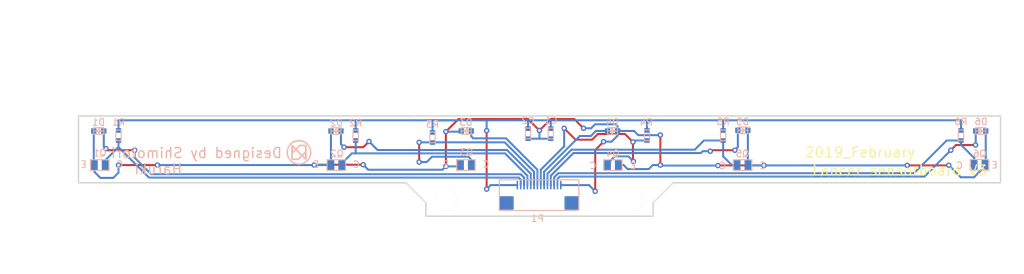
<source format=kicad_pcb>
(kicad_pcb (version 20171130) (host pcbnew "(5.0.0)")

  (general
    (thickness 1.6)
    (drawings 34)
    (tracks 251)
    (zones 0)
    (modules 24)
    (nets 15)
  )

  (page A4)
  (layers
    (0 F.Cu signal)
    (31 B.Cu signal)
    (32 B.Adhes user)
    (33 F.Adhes user)
    (34 B.Paste user)
    (35 F.Paste user)
    (36 B.SilkS user)
    (37 F.SilkS user)
    (38 B.Mask user)
    (39 F.Mask user)
    (40 Dwgs.User user)
    (41 Cmts.User user)
    (42 Eco1.User user)
    (43 Eco2.User user)
    (44 Edge.Cuts user)
    (45 Margin user)
    (46 B.CrtYd user)
    (47 F.CrtYd user)
    (48 B.Fab user)
    (49 F.Fab user)
  )

  (setup
    (last_trace_width 0.25)
    (user_trace_width 0.29)
    (user_trace_width 0.3)
    (user_trace_width 0.5)
    (trace_clearance 0.2)
    (zone_clearance 0.508)
    (zone_45_only no)
    (trace_min 0.2)
    (segment_width 0.2)
    (edge_width 0.15)
    (via_size 0.8)
    (via_drill 0.4)
    (via_min_size 0.4)
    (via_min_drill 0.3)
    (user_via 1.6 0.8)
    (uvia_size 0.3)
    (uvia_drill 0.1)
    (uvias_allowed no)
    (uvia_min_size 0.2)
    (uvia_min_drill 0.1)
    (pcb_text_width 0.3)
    (pcb_text_size 1.5 1.5)
    (mod_edge_width 0.15)
    (mod_text_size 1 1)
    (mod_text_width 0.15)
    (pad_size 1.524 1.524)
    (pad_drill 0.762)
    (pad_to_mask_clearance 0.2)
    (aux_axis_origin 0 0)
    (visible_elements 7FFFFFFF)
    (pcbplotparams
      (layerselection 0x010f0_ffffffff)
      (usegerberextensions true)
      (usegerberattributes false)
      (usegerberadvancedattributes false)
      (creategerberjobfile false)
      (excludeedgelayer true)
      (linewidth 0.100000)
      (plotframeref false)
      (viasonmask false)
      (mode 1)
      (useauxorigin false)
      (hpglpennumber 1)
      (hpglpenspeed 20)
      (hpglpendiameter 15.000000)
      (psnegative false)
      (psa4output false)
      (plotreference true)
      (plotvalue true)
      (plotinvisibletext false)
      (padsonsilk false)
      (subtractmaskfromsilk false)
      (outputformat 1)
      (mirror false)
      (drillshape 0)
      (scaleselection 1)
      (outputdirectory "C:/_underbird_file/circuit/2018_lancer/lancer_sensorbord_v2/gerber/"))
  )

  (net 0 "")
  (net 1 GND)
  (net 2 +3V3)
  (net 3 VR4)
  (net 4 VR1)
  (net 5 VR5)
  (net 6 VR2)
  (net 7 VR3)
  (net 8 VR6)
  (net 9 ANALOG_SEN1)
  (net 10 ANALOG_SEN2)
  (net 11 ANALOG_SEN3)
  (net 12 ANALOG_SEN4)
  (net 13 ANALOG_SEN5)
  (net 14 ANALOG_SEN6)

  (net_class Default "これはデフォルトのネット クラスです。"
    (clearance 0.2)
    (trace_width 0.25)
    (via_dia 0.8)
    (via_drill 0.4)
    (uvia_dia 0.3)
    (uvia_drill 0.1)
    (add_net +3V3)
    (add_net ANALOG_SEN1)
    (add_net ANALOG_SEN2)
    (add_net ANALOG_SEN3)
    (add_net ANALOG_SEN4)
    (add_net ANALOG_SEN5)
    (add_net ANALOG_SEN6)
    (add_net GND)
    (add_net VR1)
    (add_net VR2)
    (add_net VR3)
    (add_net VR4)
    (add_net VR5)
    (add_net VR6)
  )

  (module Mounting_Holes:MountingHole_3.2mm_M3 (layer F.Cu) (tedit 5B824266) (tstamp 5B824BD2)
    (at 136.2 102.65)
    (descr "Mounting Hole 3.2mm, no annular, M3")
    (tags "mounting hole 3.2mm no annular m3")
    (attr virtual)
    (fp_text reference REF** (at 0 -4.2) (layer Cmts.User)
      (effects (font (size 1 1) (thickness 0.15)))
    )
    (fp_text value MountingHole_3.2mm_M3 (at 0 4.2) (layer F.Fab)
      (effects (font (size 1 1) (thickness 0.15)))
    )
    (fp_circle (center 0 0) (end 3.45 0) (layer F.CrtYd) (width 0.05))
    (fp_circle (center 0 0) (end 3.2 0) (layer Cmts.User) (width 0.15))
    (fp_text user %R (at 0.3 0) (layer F.Fab)
      (effects (font (size 1 1) (thickness 0.15)))
    )
    (pad 1 np_thru_hole circle (at 0 0) (size 3.2 3.2) (drill 3.2) (layers *.Cu *.Mask))
  )

  (module Footprint:TEMT7100X01 (layer B.Cu) (tedit 5B7E8301) (tstamp 5B7E830A)
    (at 181.4 97.5 180)
    (path /5B91AE28)
    (fp_text reference Q5 (at 0.8 1.7 180) (layer B.SilkS)
      (effects (font (size 1 1) (thickness 0.15)) (justify mirror))
    )
    (fp_text value TEMT7100X01 (at 0.9 -2.4 180) (layer B.Fab)
      (effects (font (size 1 1) (thickness 0.15)) (justify mirror))
    )
    (fp_text user C (at 3.8 -0.1 180) (layer B.SilkS)
      (effects (font (size 1 1) (thickness 0.15)) (justify mirror))
    )
    (fp_text user E (at -2.2 -0.1 180) (layer B.SilkS)
      (effects (font (size 1 1) (thickness 0.15)) (justify mirror))
    )
    (fp_line (start 2.2 0.8) (end -0.6 0.8) (layer B.SilkS) (width 0.15))
    (fp_line (start 2.2 -0.8) (end 2.2 0.8) (layer B.SilkS) (width 0.15))
    (fp_line (start -0.6 -0.8) (end 2.2 -0.8) (layer B.SilkS) (width 0.15))
    (fp_line (start -0.6 0.8) (end -0.6 -0.8) (layer B.SilkS) (width 0.15))
    (pad 2 smd rect (at 1.6 0 180) (size 1 1.45) (layers B.Cu B.Paste B.Mask)
      (net 13 ANALOG_SEN5))
    (pad 1 smd rect (at 0 0 180) (size 1 1.45) (layers B.Cu B.Paste B.Mask)
      (net 1 GND))
  )

  (module Footprint:C_1608_HandSolderring (layer B.Cu) (tedit 5B655718) (tstamp 5B7E8278)
    (at 152.8 91.425 270)
    (path /5B918CAE)
    (fp_text reference C1 (at -0.6 0.9) (layer B.SilkS)
      (effects (font (size 1 1) (thickness 0.15)) (justify mirror))
    )
    (fp_text value 0.1u (at 2.725 -0.825 270) (layer B.Fab)
      (effects (font (size 1 1) (thickness 0.15)) (justify mirror))
    )
    (fp_line (start 0.55 0.5) (end 2.15 0.5) (layer B.SilkS) (width 0.15))
    (fp_line (start 0.55 1.3) (end 0.55 0.5) (layer B.SilkS) (width 0.15))
    (fp_line (start 0.55 1.3) (end 2.15 1.3) (layer B.SilkS) (width 0.15))
    (fp_line (start 2.15 1.3) (end 2.15 0.5) (layer B.SilkS) (width 0.15))
    (pad 1 smd rect (at 0.625 0.9 270) (size 0.7 0.8) (layers B.Cu B.Paste B.Mask)
      (net 2 +3V3))
    (pad 2 smd rect (at 2.125 0.9 270) (size 0.7 0.8) (layers B.Cu B.Paste B.Mask)
      (net 1 GND))
  )

  (module Footprint:C_1608_HandSolderring (layer B.Cu) (tedit 5B655718) (tstamp 5B7E8282)
    (at 149.4 91.425 270)
    (path /5B918D41)
    (fp_text reference C2 (at -0.6 0.9) (layer B.SilkS)
      (effects (font (size 1 1) (thickness 0.15)) (justify mirror))
    )
    (fp_text value 0.1u (at 2.725 -0.825 270) (layer B.Fab)
      (effects (font (size 1 1) (thickness 0.15)) (justify mirror))
    )
    (fp_line (start 0.55 0.5) (end 2.15 0.5) (layer B.SilkS) (width 0.15))
    (fp_line (start 0.55 1.3) (end 0.55 0.5) (layer B.SilkS) (width 0.15))
    (fp_line (start 0.55 1.3) (end 2.15 1.3) (layer B.SilkS) (width 0.15))
    (fp_line (start 2.15 1.3) (end 2.15 0.5) (layer B.SilkS) (width 0.15))
    (pad 1 smd rect (at 0.625 0.9 270) (size 0.7 0.8) (layers B.Cu B.Paste B.Mask)
      (net 2 +3V3))
    (pad 2 smd rect (at 2.125 0.9 270) (size 0.7 0.8) (layers B.Cu B.Paste B.Mask)
      (net 1 GND))
  )

  (module Footprint:SIR19-21C (layer B.Cu) (tedit 5B81141F) (tstamp 5B7E828C)
    (at 83.5 92.4)
    (path /5B91B593)
    (fp_text reference D1 (at 0.7 -1.3) (layer B.SilkS)
      (effects (font (size 1 1) (thickness 0.15)) (justify mirror))
    )
    (fp_text value SIR19-21C/TR8 (at 0.5 -2.5) (layer B.Fab)
      (effects (font (size 1 1) (thickness 0.15)) (justify mirror))
    )
    (fp_line (start 0.9 -0.5) (end 0.9 0.5) (layer B.SilkS) (width 0.15))
    (fp_line (start 0.5 0) (end 0.9 -0.5) (layer B.SilkS) (width 0.15))
    (fp_line (start 0.9 0.5) (end 0.5 0) (layer B.SilkS) (width 0.15))
    (fp_line (start 1.5 0) (end 0 0) (layer B.SilkS) (width 0.15))
    (fp_line (start 0 0.5) (end 0 -0.5) (layer B.SilkS) (width 0.15))
    (fp_line (start 0 -0.5) (end 1.5 -0.5) (layer B.SilkS) (width 0.15))
    (fp_line (start 1.5 -0.5) (end 1.5 0.5) (layer B.SilkS) (width 0.15))
    (fp_line (start 1.5 0.5) (end 0 0.5) (layer B.SilkS) (width 0.15))
    (pad 1 smd rect (at 0 0) (size 0.8 0.8) (layers B.Cu B.Paste B.Mask)
      (net 1 GND))
    (pad 2 smd rect (at 1.5 0) (size 0.8 0.8) (layers B.Cu B.Paste B.Mask)
      (net 4 VR1))
  )

  (module Footprint:SIR19-21C (layer B.Cu) (tedit 5B81141F) (tstamp 5B7E8296)
    (at 119 92.4)
    (path /5B917802)
    (fp_text reference D2 (at 0.8 -1.2) (layer B.SilkS)
      (effects (font (size 1 1) (thickness 0.15)) (justify mirror))
    )
    (fp_text value SIR19-21C/TR8 (at 0.5 -2.5) (layer B.Fab)
      (effects (font (size 1 1) (thickness 0.15)) (justify mirror))
    )
    (fp_line (start 0.9 -0.5) (end 0.9 0.5) (layer B.SilkS) (width 0.15))
    (fp_line (start 0.5 0) (end 0.9 -0.5) (layer B.SilkS) (width 0.15))
    (fp_line (start 0.9 0.5) (end 0.5 0) (layer B.SilkS) (width 0.15))
    (fp_line (start 1.5 0) (end 0 0) (layer B.SilkS) (width 0.15))
    (fp_line (start 0 0.5) (end 0 -0.5) (layer B.SilkS) (width 0.15))
    (fp_line (start 0 -0.5) (end 1.5 -0.5) (layer B.SilkS) (width 0.15))
    (fp_line (start 1.5 -0.5) (end 1.5 0.5) (layer B.SilkS) (width 0.15))
    (fp_line (start 1.5 0.5) (end 0 0.5) (layer B.SilkS) (width 0.15))
    (pad 1 smd rect (at 0 0) (size 0.8 0.8) (layers B.Cu B.Paste B.Mask)
      (net 1 GND))
    (pad 2 smd rect (at 1.5 0) (size 0.8 0.8) (layers B.Cu B.Paste B.Mask)
      (net 6 VR2))
  )

  (module Footprint:SIR19-21C (layer B.Cu) (tedit 5B81141F) (tstamp 5B7E82A0)
    (at 138.5 92.4)
    (path /5B91C1B8)
    (fp_text reference D3 (at 0.7 -1.3) (layer B.SilkS)
      (effects (font (size 1 1) (thickness 0.15)) (justify mirror))
    )
    (fp_text value SIR19-21C/TR8 (at 0.5 -2.5) (layer B.Fab)
      (effects (font (size 1 1) (thickness 0.15)) (justify mirror))
    )
    (fp_line (start 0.9 -0.5) (end 0.9 0.5) (layer B.SilkS) (width 0.15))
    (fp_line (start 0.5 0) (end 0.9 -0.5) (layer B.SilkS) (width 0.15))
    (fp_line (start 0.9 0.5) (end 0.5 0) (layer B.SilkS) (width 0.15))
    (fp_line (start 1.5 0) (end 0 0) (layer B.SilkS) (width 0.15))
    (fp_line (start 0 0.5) (end 0 -0.5) (layer B.SilkS) (width 0.15))
    (fp_line (start 0 -0.5) (end 1.5 -0.5) (layer B.SilkS) (width 0.15))
    (fp_line (start 1.5 -0.5) (end 1.5 0.5) (layer B.SilkS) (width 0.15))
    (fp_line (start 1.5 0.5) (end 0 0.5) (layer B.SilkS) (width 0.15))
    (pad 1 smd rect (at 0 0) (size 0.8 0.8) (layers B.Cu B.Paste B.Mask)
      (net 1 GND))
    (pad 2 smd rect (at 1.5 0) (size 0.8 0.8) (layers B.Cu B.Paste B.Mask)
      (net 7 VR3))
  )

  (module Footprint:SIR19-21C (layer B.Cu) (tedit 5B81141F) (tstamp 5B7E82AA)
    (at 161.9 92.4 180)
    (path /5B91A8D1)
    (fp_text reference D4 (at 0.8 1.3 180) (layer B.SilkS)
      (effects (font (size 1 1) (thickness 0.15)) (justify mirror))
    )
    (fp_text value SIR19-21C/TR8 (at 0.5 -2.5 180) (layer B.Fab)
      (effects (font (size 1 1) (thickness 0.15)) (justify mirror))
    )
    (fp_line (start 0.9 -0.5) (end 0.9 0.5) (layer B.SilkS) (width 0.15))
    (fp_line (start 0.5 0) (end 0.9 -0.5) (layer B.SilkS) (width 0.15))
    (fp_line (start 0.9 0.5) (end 0.5 0) (layer B.SilkS) (width 0.15))
    (fp_line (start 1.5 0) (end 0 0) (layer B.SilkS) (width 0.15))
    (fp_line (start 0 0.5) (end 0 -0.5) (layer B.SilkS) (width 0.15))
    (fp_line (start 0 -0.5) (end 1.5 -0.5) (layer B.SilkS) (width 0.15))
    (fp_line (start 1.5 -0.5) (end 1.5 0.5) (layer B.SilkS) (width 0.15))
    (fp_line (start 1.5 0.5) (end 0 0.5) (layer B.SilkS) (width 0.15))
    (pad 1 smd rect (at 0 0 180) (size 0.8 0.8) (layers B.Cu B.Paste B.Mask)
      (net 1 GND))
    (pad 2 smd rect (at 1.5 0 180) (size 0.8 0.8) (layers B.Cu B.Paste B.Mask)
      (net 3 VR4))
  )

  (module Footprint:SIR19-21C (layer B.Cu) (tedit 5B81141F) (tstamp 5B7E82B4)
    (at 181.4 92.3 180)
    (path /5B91AE21)
    (fp_text reference D5 (at 0.8 1.3 180) (layer B.SilkS)
      (effects (font (size 1 1) (thickness 0.15)) (justify mirror))
    )
    (fp_text value SIR19-21C/TR8 (at 0.5 -2.5 180) (layer B.Fab)
      (effects (font (size 1 1) (thickness 0.15)) (justify mirror))
    )
    (fp_line (start 0.9 -0.5) (end 0.9 0.5) (layer B.SilkS) (width 0.15))
    (fp_line (start 0.5 0) (end 0.9 -0.5) (layer B.SilkS) (width 0.15))
    (fp_line (start 0.9 0.5) (end 0.5 0) (layer B.SilkS) (width 0.15))
    (fp_line (start 1.5 0) (end 0 0) (layer B.SilkS) (width 0.15))
    (fp_line (start 0 0.5) (end 0 -0.5) (layer B.SilkS) (width 0.15))
    (fp_line (start 0 -0.5) (end 1.5 -0.5) (layer B.SilkS) (width 0.15))
    (fp_line (start 1.5 -0.5) (end 1.5 0.5) (layer B.SilkS) (width 0.15))
    (fp_line (start 1.5 0.5) (end 0 0.5) (layer B.SilkS) (width 0.15))
    (pad 1 smd rect (at 0 0 180) (size 0.8 0.8) (layers B.Cu B.Paste B.Mask)
      (net 1 GND))
    (pad 2 smd rect (at 1.5 0 180) (size 0.8 0.8) (layers B.Cu B.Paste B.Mask)
      (net 5 VR5))
  )

  (module Footprint:SIR19-21C (layer B.Cu) (tedit 5B8E0EC6) (tstamp 5B7E82BE)
    (at 217 92.4 180)
    (path /5B91D284)
    (fp_text reference D6 (at 0.7 1.4 180) (layer B.SilkS)
      (effects (font (size 1 1) (thickness 0.15)) (justify mirror))
    )
    (fp_text value SIR19-21C/TR8 (at 0.5 -2.5 180) (layer B.Fab)
      (effects (font (size 1 1) (thickness 0.15)) (justify mirror))
    )
    (fp_line (start 0.9 -0.5) (end 0.9 0.5) (layer B.SilkS) (width 0.15))
    (fp_line (start 0.5 0) (end 0.9 -0.5) (layer B.SilkS) (width 0.15))
    (fp_line (start 0.9 0.5) (end 0.5 0) (layer B.SilkS) (width 0.15))
    (fp_line (start 1.5 0) (end 0 0) (layer B.SilkS) (width 0.15))
    (fp_line (start 0 0.5) (end 0 -0.5) (layer B.SilkS) (width 0.15))
    (fp_line (start 0 -0.5) (end 1.5 -0.5) (layer B.SilkS) (width 0.15))
    (fp_line (start 1.5 -0.5) (end 1.5 0.5) (layer B.SilkS) (width 0.15))
    (fp_line (start 1.5 0.5) (end 0 0.5) (layer B.SilkS) (width 0.15))
    (pad 1 smd rect (at 0 0 180) (size 0.8 0.8) (layers B.Cu B.Paste B.Mask)
      (net 1 GND))
    (pad 2 smd rect (at 1.5 0 180) (size 0.8 0.8) (layers B.Cu B.Paste B.Mask)
      (net 8 VR6))
  )

  (module "Footprint:CN-FFC-SMT2(CN-FFC(0.5)14PD)" (layer F.Cu) (tedit 5B792D60) (tstamp 5B7E82D8)
    (at 143.9 105)
    (path /5B90DDA5)
    (fp_text reference P1 (at 6 0.5) (layer B.SilkS)
      (effects (font (size 1 1) (thickness 0.15)) (justify mirror))
    )
    (fp_text value "CN-FFC(0.5)14PD" (at 7.8 0.7) (layer B.Fab)
      (effects (font (size 1 1) (thickness 0.15)) (justify mirror))
    )
    (fp_line (start 0.3 -5.3) (end 0.3 -0.7) (layer B.SilkS) (width 0.15))
    (fp_line (start 12.2 -5.3) (end 0.3 -5.3) (layer B.SilkS) (width 0.15))
    (fp_line (start 12.2 -0.7) (end 12.2 -5.3) (layer B.SilkS) (width 0.15))
    (fp_line (start 0.3 -0.7) (end 12.2 -0.7) (layer B.SilkS) (width 0.15))
    (pad 14 smd rect (at 9.5 -4.5) (size 0.23 1.25) (layers B.Cu B.Paste B.Mask)
      (net 1 GND))
    (pad 13 smd rect (at 9 -4.5) (size 0.23 1.25) (layers B.Cu B.Paste B.Mask)
      (net 8 VR6))
    (pad 12 smd rect (at 8.5 -4.5) (size 0.23 1.25) (layers B.Cu B.Paste B.Mask)
      (net 14 ANALOG_SEN6))
    (pad 11 smd rect (at 8 -4.5) (size 0.23 1.25) (layers B.Cu B.Paste B.Mask)
      (net 5 VR5))
    (pad 10 smd rect (at 7.5 -4.5) (size 0.23 1.25) (layers B.Cu B.Paste B.Mask)
      (net 13 ANALOG_SEN5))
    (pad 9 smd rect (at 7 -4.5) (size 0.23 1.25) (layers B.Cu B.Paste B.Mask)
      (net 3 VR4))
    (pad 8 smd rect (at 6.5 -4.5) (size 0.23 1.25) (layers B.Cu B.Paste B.Mask)
      (net 12 ANALOG_SEN4))
    (pad 7 smd rect (at 6 -4.5) (size 0.23 1.25) (layers B.Cu B.Paste B.Mask)
      (net 7 VR3))
    (pad 6 smd rect (at 5.5 -4.5) (size 0.23 1.25) (layers B.Cu B.Paste B.Mask)
      (net 11 ANALOG_SEN3))
    (pad 5 smd rect (at 5 -4.5) (size 0.23 1.25) (layers B.Cu B.Paste B.Mask)
      (net 6 VR2))
    (pad 4 smd rect (at 4.5 -4.5) (size 0.23 1.25) (layers B.Cu B.Paste B.Mask)
      (net 10 ANALOG_SEN2))
    (pad 3 smd rect (at 4 -4.5) (size 0.23 1.25) (layers B.Cu B.Paste B.Mask)
      (net 4 VR1))
    (pad 2 smd rect (at 3.5 -4.5) (size 0.23 1.25) (layers B.Cu B.Paste B.Mask)
      (net 9 ANALOG_SEN1))
    (pad "" smd rect (at 1.35 -1.825) (size 1.8 2) (layers B.Cu B.Paste B.Mask))
    (pad "" smd rect (at 11.15 -1.825) (size 1.8 2) (layers B.Cu B.Paste B.Mask))
    (pad 1 smd rect (at 3 -4.5) (size 0.23 1.25) (layers B.Cu B.Paste B.Mask)
      (net 2 +3V3))
    (pad "" smd rect (at 11.15 -1.825) (size 2.2 2) (layers B.Cu B.Paste B.Mask))
    (pad "" smd rect (at 1.35 -1.825) (size 2.2 2) (layers B.Cu B.Paste B.Mask))
  )

  (module Footprint:TEMT7100X01 (layer B.Cu) (tedit 5B7E8301) (tstamp 5B7E82E2)
    (at 83.6 97.5)
    (path /5B91B59A)
    (fp_text reference Q1 (at 0.8 -1.8) (layer B.SilkS)
      (effects (font (size 1 1) (thickness 0.15)) (justify mirror))
    )
    (fp_text value TEMT7100X01 (at 0.9 -2.4) (layer B.Fab)
      (effects (font (size 1 1) (thickness 0.15)) (justify mirror))
    )
    (fp_text user C (at 3.8 -0.1) (layer B.SilkS)
      (effects (font (size 1 1) (thickness 0.15)) (justify mirror))
    )
    (fp_text user E (at -1.625 -0.1) (layer B.SilkS)
      (effects (font (size 1 1) (thickness 0.15)) (justify mirror))
    )
    (fp_line (start 2.2 0.8) (end -0.6 0.8) (layer B.SilkS) (width 0.15))
    (fp_line (start 2.2 -0.8) (end 2.2 0.8) (layer B.SilkS) (width 0.15))
    (fp_line (start -0.6 -0.8) (end 2.2 -0.8) (layer B.SilkS) (width 0.15))
    (fp_line (start -0.6 0.8) (end -0.6 -0.8) (layer B.SilkS) (width 0.15))
    (pad 2 smd rect (at 1.6 0) (size 1 1.45) (layers B.Cu B.Paste B.Mask)
      (net 9 ANALOG_SEN1))
    (pad 1 smd rect (at 0 0) (size 1 1.45) (layers B.Cu B.Paste B.Mask)
      (net 1 GND))
  )

  (module Footprint:TEMT7100X01 (layer B.Cu) (tedit 5B7E8301) (tstamp 5B7E82EC)
    (at 119 97.5)
    (path /5B9179EC)
    (fp_text reference Q2 (at 0.9 -1.7) (layer B.SilkS)
      (effects (font (size 1 1) (thickness 0.15)) (justify mirror))
    )
    (fp_text value TEMT7100X01 (at 0.9 -2.4) (layer B.Fab)
      (effects (font (size 1 1) (thickness 0.15)) (justify mirror))
    )
    (fp_text user C (at 3.8 -0.1) (layer B.SilkS)
      (effects (font (size 1 1) (thickness 0.15)) (justify mirror))
    )
    (fp_text user E (at -2.2 -0.1) (layer B.SilkS)
      (effects (font (size 1 1) (thickness 0.15)) (justify mirror))
    )
    (fp_line (start 2.2 0.8) (end -0.6 0.8) (layer B.SilkS) (width 0.15))
    (fp_line (start 2.2 -0.8) (end 2.2 0.8) (layer B.SilkS) (width 0.15))
    (fp_line (start -0.6 -0.8) (end 2.2 -0.8) (layer B.SilkS) (width 0.15))
    (fp_line (start -0.6 0.8) (end -0.6 -0.8) (layer B.SilkS) (width 0.15))
    (pad 2 smd rect (at 1.6 0) (size 1 1.45) (layers B.Cu B.Paste B.Mask)
      (net 10 ANALOG_SEN2))
    (pad 1 smd rect (at 0 0) (size 1 1.45) (layers B.Cu B.Paste B.Mask)
      (net 1 GND))
  )

  (module Footprint:TEMT7100X01 (layer B.Cu) (tedit 5B7E8301) (tstamp 5B7E82F6)
    (at 138.4 97.5)
    (path /5B91C1BF)
    (fp_text reference Q3 (at 0.9 -1.9) (layer B.SilkS)
      (effects (font (size 1 1) (thickness 0.15)) (justify mirror))
    )
    (fp_text value TEMT7100X01 (at 0.9 -2.4) (layer B.Fab)
      (effects (font (size 1 1) (thickness 0.15)) (justify mirror))
    )
    (fp_text user C (at 3.8 -0.1) (layer B.SilkS)
      (effects (font (size 1 1) (thickness 0.15)) (justify mirror))
    )
    (fp_text user E (at -2.2 -0.1) (layer B.SilkS)
      (effects (font (size 1 1) (thickness 0.15)) (justify mirror))
    )
    (fp_line (start 2.2 0.8) (end -0.6 0.8) (layer B.SilkS) (width 0.15))
    (fp_line (start 2.2 -0.8) (end 2.2 0.8) (layer B.SilkS) (width 0.15))
    (fp_line (start -0.6 -0.8) (end 2.2 -0.8) (layer B.SilkS) (width 0.15))
    (fp_line (start -0.6 0.8) (end -0.6 -0.8) (layer B.SilkS) (width 0.15))
    (pad 2 smd rect (at 1.6 0) (size 1 1.45) (layers B.Cu B.Paste B.Mask)
      (net 11 ANALOG_SEN3))
    (pad 1 smd rect (at 0 0) (size 1 1.45) (layers B.Cu B.Paste B.Mask)
      (net 1 GND))
  )

  (module Footprint:TEMT7100X01 (layer B.Cu) (tedit 5C5532BD) (tstamp 5B7E8300)
    (at 162 97.5 180)
    (path /5B91A8D8)
    (fp_text reference Q4 (at 0.8 1.7 180) (layer B.SilkS)
      (effects (font (size 1 1) (thickness 0.15)) (justify mirror))
    )
    (fp_text value TEMT7100X01 (at 0.9 -2.4 180) (layer B.Fab)
      (effects (font (size 1 1) (thickness 0.15)) (justify mirror))
    )
    (fp_text user C (at 3.8 -0.1 180) (layer B.SilkS)
      (effects (font (size 1 1) (thickness 0.15)) (justify mirror))
    )
    (fp_text user E (at -2.2 -0.1 180) (layer B.SilkS)
      (effects (font (size 1 1) (thickness 0.15)) (justify mirror))
    )
    (fp_line (start 2.2 0.8) (end -0.6 0.8) (layer B.SilkS) (width 0.15))
    (fp_line (start 2.2 -0.8) (end 2.2 0.8) (layer B.SilkS) (width 0.15))
    (fp_line (start -0.6 -0.8) (end 2.2 -0.8) (layer B.SilkS) (width 0.15))
    (fp_line (start -0.6 0.8) (end -0.6 -0.8) (layer B.SilkS) (width 0.15))
    (pad 2 smd rect (at 1.6 0 180) (size 1 1.45) (layers B.Cu B.Paste B.Mask)
      (net 12 ANALOG_SEN4))
    (pad 1 smd rect (at 0 0 180) (size 1 1.45) (layers B.Cu B.Paste B.Mask)
      (net 1 GND))
  )

  (module Footprint:TEMT7100X01 (layer B.Cu) (tedit 5B7E8301) (tstamp 5B7E8314)
    (at 216.875 97.475 180)
    (path /5B91D28B)
    (fp_text reference Q6 (at 0.775 1.675 180) (layer B.SilkS)
      (effects (font (size 1 1) (thickness 0.15)) (justify mirror))
    )
    (fp_text value TEMT7100X01 (at 0.9 -2.4 180) (layer B.Fab)
      (effects (font (size 1 1) (thickness 0.15)) (justify mirror))
    )
    (fp_text user C (at 3.8 -0.1 180) (layer B.SilkS)
      (effects (font (size 1 1) (thickness 0.15)) (justify mirror))
    )
    (fp_text user E (at -1.45 -0.025 180) (layer B.SilkS)
      (effects (font (size 1 1) (thickness 0.15)) (justify mirror))
    )
    (fp_line (start 2.2 0.8) (end -0.6 0.8) (layer B.SilkS) (width 0.15))
    (fp_line (start 2.2 -0.8) (end 2.2 0.8) (layer B.SilkS) (width 0.15))
    (fp_line (start -0.6 -0.8) (end 2.2 -0.8) (layer B.SilkS) (width 0.15))
    (fp_line (start -0.6 0.8) (end -0.6 -0.8) (layer B.SilkS) (width 0.15))
    (pad 2 smd rect (at 1.6 0 180) (size 1 1.45) (layers B.Cu B.Paste B.Mask)
      (net 14 ANALOG_SEN6))
    (pad 1 smd rect (at 0 0 180) (size 1 1.45) (layers B.Cu B.Paste B.Mask)
      (net 1 GND))
  )

  (module Footprint:C_1608_HandSolderring (layer B.Cu) (tedit 5B655718) (tstamp 5B7E8517)
    (at 88.1 91.7 270)
    (path /5B91B5A8)
    (fp_text reference R1 (at -0.6 0.9) (layer B.SilkS)
      (effects (font (size 1 1) (thickness 0.15)) (justify mirror))
    )
    (fp_text value 100k (at 2.725 -0.825 270) (layer B.Fab)
      (effects (font (size 1 1) (thickness 0.15)) (justify mirror))
    )
    (fp_line (start 0.55 0.5) (end 2.15 0.5) (layer B.SilkS) (width 0.15))
    (fp_line (start 0.55 1.3) (end 0.55 0.5) (layer B.SilkS) (width 0.15))
    (fp_line (start 0.55 1.3) (end 2.15 1.3) (layer B.SilkS) (width 0.15))
    (fp_line (start 2.15 1.3) (end 2.15 0.5) (layer B.SilkS) (width 0.15))
    (pad 1 smd rect (at 0.625 0.9 270) (size 0.7 0.8) (layers B.Cu B.Paste B.Mask)
      (net 2 +3V3))
    (pad 2 smd rect (at 2.125 0.9 270) (size 0.7 0.8) (layers B.Cu B.Paste B.Mask)
      (net 9 ANALOG_SEN1))
  )

  (module Footprint:C_1608_HandSolderring (layer B.Cu) (tedit 5B655718) (tstamp 5B7E8328)
    (at 123.6 91.7 270)
    (path /5B917AAF)
    (fp_text reference R2 (at -0.5 0.9) (layer B.SilkS)
      (effects (font (size 1 1) (thickness 0.15)) (justify mirror))
    )
    (fp_text value 100k (at 2.725 -0.825 270) (layer B.Fab)
      (effects (font (size 1 1) (thickness 0.15)) (justify mirror))
    )
    (fp_line (start 0.55 0.5) (end 2.15 0.5) (layer B.SilkS) (width 0.15))
    (fp_line (start 0.55 1.3) (end 0.55 0.5) (layer B.SilkS) (width 0.15))
    (fp_line (start 0.55 1.3) (end 2.15 1.3) (layer B.SilkS) (width 0.15))
    (fp_line (start 2.15 1.3) (end 2.15 0.5) (layer B.SilkS) (width 0.15))
    (pad 1 smd rect (at 0.625 0.9 270) (size 0.7 0.8) (layers B.Cu B.Paste B.Mask)
      (net 2 +3V3))
    (pad 2 smd rect (at 2.125 0.9 270) (size 0.7 0.8) (layers B.Cu B.Paste B.Mask)
      (net 10 ANALOG_SEN2))
  )

  (module Footprint:C_1608_HandSolderring (layer B.Cu) (tedit 5B655718) (tstamp 5B7E8332)
    (at 135.1 92 270)
    (path /5B91C1CD)
    (fp_text reference R3 (at -0.6 0.9) (layer B.SilkS)
      (effects (font (size 1 1) (thickness 0.15)) (justify mirror))
    )
    (fp_text value 100k (at 2.725 -0.825 270) (layer B.Fab)
      (effects (font (size 1 1) (thickness 0.15)) (justify mirror))
    )
    (fp_line (start 0.55 0.5) (end 2.15 0.5) (layer B.SilkS) (width 0.15))
    (fp_line (start 0.55 1.3) (end 0.55 0.5) (layer B.SilkS) (width 0.15))
    (fp_line (start 0.55 1.3) (end 2.15 1.3) (layer B.SilkS) (width 0.15))
    (fp_line (start 2.15 1.3) (end 2.15 0.5) (layer B.SilkS) (width 0.15))
    (pad 1 smd rect (at 0.625 0.9 270) (size 0.7 0.8) (layers B.Cu B.Paste B.Mask)
      (net 2 +3V3))
    (pad 2 smd rect (at 2.125 0.9 270) (size 0.7 0.8) (layers B.Cu B.Paste B.Mask)
      (net 11 ANALOG_SEN3))
  )

  (module Footprint:C_1608_HandSolderring (layer B.Cu) (tedit 5B655718) (tstamp 5B7E833C)
    (at 167.2 91.7 270)
    (path /5B91A8E6)
    (fp_text reference R4 (at -0.6 1) (layer B.SilkS)
      (effects (font (size 1 1) (thickness 0.15)) (justify mirror))
    )
    (fp_text value 100k (at 2.725 -0.825 270) (layer B.Fab)
      (effects (font (size 1 1) (thickness 0.15)) (justify mirror))
    )
    (fp_line (start 0.55 0.5) (end 2.15 0.5) (layer B.SilkS) (width 0.15))
    (fp_line (start 0.55 1.3) (end 0.55 0.5) (layer B.SilkS) (width 0.15))
    (fp_line (start 0.55 1.3) (end 2.15 1.3) (layer B.SilkS) (width 0.15))
    (fp_line (start 2.15 1.3) (end 2.15 0.5) (layer B.SilkS) (width 0.15))
    (pad 1 smd rect (at 0.625 0.9 270) (size 0.7 0.8) (layers B.Cu B.Paste B.Mask)
      (net 2 +3V3))
    (pad 2 smd rect (at 2.125 0.9 270) (size 0.7 0.8) (layers B.Cu B.Paste B.Mask)
      (net 12 ANALOG_SEN4))
  )

  (module Footprint:C_1608_HandSolderring (layer B.Cu) (tedit 5B655718) (tstamp 5B7E8346)
    (at 178.6 91.7 270)
    (path /5B91AE36)
    (fp_text reference R5 (at -0.7 0.9) (layer B.SilkS)
      (effects (font (size 1 1) (thickness 0.15)) (justify mirror))
    )
    (fp_text value 100k (at 2.725 -0.825 270) (layer B.Fab)
      (effects (font (size 1 1) (thickness 0.15)) (justify mirror))
    )
    (fp_line (start 0.55 0.5) (end 2.15 0.5) (layer B.SilkS) (width 0.15))
    (fp_line (start 0.55 1.3) (end 0.55 0.5) (layer B.SilkS) (width 0.15))
    (fp_line (start 0.55 1.3) (end 2.15 1.3) (layer B.SilkS) (width 0.15))
    (fp_line (start 2.15 1.3) (end 2.15 0.5) (layer B.SilkS) (width 0.15))
    (pad 1 smd rect (at 0.625 0.9 270) (size 0.7 0.8) (layers B.Cu B.Paste B.Mask)
      (net 2 +3V3))
    (pad 2 smd rect (at 2.125 0.9 270) (size 0.7 0.8) (layers B.Cu B.Paste B.Mask)
      (net 13 ANALOG_SEN5))
  )

  (module Footprint:C_1608_HandSolderring (layer B.Cu) (tedit 5B655718) (tstamp 5B7E8350)
    (at 214.2 91.7 270)
    (path /5B91D299)
    (fp_text reference R6 (at -0.7 0.9) (layer B.SilkS)
      (effects (font (size 1 1) (thickness 0.15)) (justify mirror))
    )
    (fp_text value 100k (at 2.725 -0.825 270) (layer B.Fab)
      (effects (font (size 1 1) (thickness 0.15)) (justify mirror))
    )
    (fp_line (start 0.55 0.5) (end 2.15 0.5) (layer B.SilkS) (width 0.15))
    (fp_line (start 0.55 1.3) (end 0.55 0.5) (layer B.SilkS) (width 0.15))
    (fp_line (start 0.55 1.3) (end 2.15 1.3) (layer B.SilkS) (width 0.15))
    (fp_line (start 2.15 1.3) (end 2.15 0.5) (layer B.SilkS) (width 0.15))
    (pad 1 smd rect (at 0.625 0.9 270) (size 0.7 0.8) (layers B.Cu B.Paste B.Mask)
      (net 2 +3V3))
    (pad 2 smd rect (at 2.125 0.9 270) (size 0.7 0.8) (layers B.Cu B.Paste B.Mask)
      (net 14 ANALOG_SEN6))
  )

  (module sh:sh_3500 (layer B.Cu) (tedit 0) (tstamp 5B8121F3)
    (at 114.2 95.6)
    (fp_text reference G*** (at 0 0) (layer B.SilkS) hide
      (effects (font (size 1.524 1.524) (thickness 0.3)) (justify mirror))
    )
    (fp_text value LOGO (at 0.75 0) (layer B.SilkS) hide
      (effects (font (size 1.524 1.524) (thickness 0.3)) (justify mirror))
    )
    (fp_poly (pts (xy -0.483588 1.150169) (xy -0.404446 1.149914) (xy -0.330428 1.149508) (xy -0.262798 1.148965)
      (xy -0.202818 1.148301) (xy -0.151753 1.14753) (xy -0.110865 1.146668) (xy -0.081418 1.145728)
      (xy -0.064675 1.144727) (xy -0.061686 1.144279) (xy -0.051425 1.13815) (xy -0.032735 1.122974)
      (xy -0.005367 1.098517) (xy 0.030928 1.064545) (xy 0.076397 1.020824) (xy 0.131289 0.967121)
      (xy 0.195853 0.903201) (xy 0.217846 0.8813) (xy 0.475606 0.624299) (xy 0.725846 0.875054)
      (xy 0.776122 0.925248) (xy 0.823822 0.972515) (xy 0.867865 1.015808) (xy 0.907171 1.054081)
      (xy 0.940659 1.08629) (xy 0.967248 1.111386) (xy 0.985857 1.128326) (xy 0.995406 1.136062)
      (xy 0.995682 1.136218) (xy 1.02382 1.144734) (xy 1.057048 1.145694) (xy 1.088087 1.139139)
      (xy 1.09598 1.135664) (xy 1.113646 1.122518) (xy 1.131406 1.103354) (xy 1.135534 1.097694)
      (xy 1.153885 1.070688) (xy 1.153885 0.007273) (xy 1.15388 -0.137947) (xy 1.153858 -0.269361)
      (xy 1.153811 -0.387677) (xy 1.15373 -0.493601) (xy 1.153605 -0.587843) (xy 1.15343 -0.671109)
      (xy 1.153194 -0.744108) (xy 1.152889 -0.807547) (xy 1.152506 -0.862134) (xy 1.152037 -0.908577)
      (xy 1.151472 -0.947584) (xy 1.150803 -0.979863) (xy 1.150021 -1.006121) (xy 1.149118 -1.027066)
      (xy 1.148084 -1.043407) (xy 1.146912 -1.05585) (xy 1.145591 -1.065104) (xy 1.144114 -1.071876)
      (xy 1.142471 -1.076874) (xy 1.140654 -1.080807) (xy 1.140421 -1.081247) (xy 1.123087 -1.102936)
      (xy 1.098283 -1.121469) (xy 1.095736 -1.122862) (xy 1.064517 -1.139372) (xy 0.578952 -1.139372)
      (xy 0.470961 -1.139279) (xy 0.377046 -1.138995) (xy 0.296771 -1.138513) (xy 0.2297 -1.137827)
      (xy 0.175394 -1.136928) (xy 0.133419 -1.135812) (xy 0.103337 -1.134469) (xy 0.084712 -1.132894)
      (xy 0.077537 -1.131354) (xy 0.069382 -1.12476) (xy 0.052036 -1.108902) (xy 0.02655 -1.0848)
      (xy -0.006023 -1.053472) (xy -0.044631 -1.015937) (xy -0.088222 -0.973214) (xy -0.135744 -0.926321)
      (xy -0.186144 -0.876277) (xy -0.19408 -0.86837) (xy -0.449844 -0.613404) (xy -0.705708 -0.86872)
      (xy -0.756591 -0.919244) (xy -0.804921 -0.966753) (xy -0.849626 -1.010226) (xy -0.889635 -1.048644)
      (xy -0.923876 -1.080986) (xy -0.951276 -1.106233) (xy -0.970764 -1.123363) (xy -0.981268 -1.131356)
      (xy -0.982002 -1.131704) (xy -1.015163 -1.138822) (xy -1.048355 -1.133959) (xy -1.071875 -1.124276)
      (xy -1.099341 -1.104929) (xy -1.117232 -1.078447) (xy -1.11927 -1.074079) (xy -1.121113 -1.069332)
      (xy -1.122771 -1.063492) (xy -1.124253 -1.055844) (xy -1.125569 -1.04567) (xy -1.12673 -1.032256)
      (xy -1.127745 -1.014887) (xy -1.128623 -0.992845) (xy -1.129375 -0.965416) (xy -1.130011 -0.931885)
      (xy -1.13054 -0.891535) (xy -1.130971 -0.84365) (xy -1.131316 -0.787516) (xy -1.131435 -0.758328)
      (xy -0.907143 -0.758328) (xy -0.75658 -0.607764) (xy -0.606016 -0.4572) (xy -0.60605 -0.457166)
      (xy -0.293863 -0.457166) (xy 0.163199 -0.9144) (xy 0.928914 -0.9144) (xy 0.928914 -0.148685)
      (xy 0.700296 0.079846) (xy 0.471679 0.308377) (xy 0.088908 -0.074395) (xy -0.293863 -0.457166)
      (xy -0.60605 -0.457166) (xy -0.907143 -0.156073) (xy -0.907143 -0.758328) (xy -1.131435 -0.758328)
      (xy -1.131583 -0.722416) (xy -1.131783 -0.647635) (xy -1.131925 -0.562457) (xy -1.13202 -0.466167)
      (xy -1.132076 -0.358049) (xy -1.132104 -0.237386) (xy -1.132114 -0.103465) (xy -1.132115 0.006637)
      (xy -1.132135 0.153769) (xy -1.132173 0.287085) (xy -1.132196 0.407282) (xy -1.132172 0.515058)
      (xy -1.132066 0.611112) (xy -1.131846 0.696142) (xy -1.131479 0.770844) (xy -1.130932 0.835918)
      (xy -1.130172 0.89206) (xy -1.129399 0.928914) (xy -0.907143 0.928914) (xy -0.907143 0.156113)
      (xy -0.680401 -0.070715) (xy -0.633155 -0.117898) (xy -0.589079 -0.161759) (xy -0.549225 -0.201262)
      (xy -0.514647 -0.23537) (xy -0.486398 -0.263047) (xy -0.46553 -0.283257) (xy -0.453097 -0.294962)
      (xy -0.449961 -0.297543) (xy -0.44436 -0.292539) (xy -0.429314 -0.278058) (xy -0.405629 -0.2549)
      (xy -0.374112 -0.223863) (xy -0.335569 -0.185746) (xy -0.290806 -0.141348) (xy -0.24063 -0.091466)
      (xy -0.185847 -0.036901) (xy -0.127263 0.021549) (xy -0.065685 0.083086) (xy -0.065323 0.083449)
      (xy 0.315617 0.46444) (xy 0.311842 0.468217) (xy 0.631369 0.468217) (xy 0.778261 0.321194)
      (xy 0.815976 0.283508) (xy 0.850237 0.249395) (xy 0.879742 0.22014) (xy 0.903189 0.197032)
      (xy 0.919274 0.181357) (xy 0.926695 0.174403) (xy 0.927033 0.174171) (xy 0.92744 0.181175)
      (xy 0.927816 0.20117) (xy 0.928152 0.232636) (xy 0.928439 0.274049) (xy 0.928667 0.323887)
      (xy 0.928826 0.380629) (xy 0.928906 0.442752) (xy 0.928914 0.469833) (xy 0.928914 0.765496)
      (xy 0.780142 0.616856) (xy 0.631369 0.468217) (xy 0.311842 0.468217) (xy -0.148687 0.928914)
      (xy -0.907143 0.928914) (xy -1.129399 0.928914) (xy -1.129166 0.939969) (xy -1.127881 0.980343)
      (xy -1.126283 1.013879) (xy -1.12434 1.041276) (xy -1.122019 1.063232) (xy -1.119287 1.080443)
      (xy -1.11611 1.093609) (xy -1.112456 1.103427) (xy -1.108291 1.110595) (xy -1.103583 1.11581)
      (xy -1.098299 1.119772) (xy -1.092405 1.123177) (xy -1.085868 1.126723) (xy -1.078899 1.130947)
      (xy -1.049723 1.150257) (xy -0.56659 1.150257) (xy -0.483588 1.150169)) (layer B.SilkS) (width 0.01))
    (fp_poly (pts (xy 0.113839 1.738085) (xy 0.166575 1.733601) (xy 0.204685 1.810229) (xy 0.221608 1.844039)
      (xy 0.234589 1.866733) (xy 0.246519 1.879999) (xy 0.26029 1.885525) (xy 0.278796 1.884999)
      (xy 0.304927 1.88011) (xy 0.319231 1.877086) (xy 0.359063 1.868714) (xy 0.371943 1.785765)
      (xy 0.377225 1.75287) (xy 0.381922 1.725687) (xy 0.385501 1.70716) (xy 0.387368 1.700269)
      (xy 0.395409 1.69671) (xy 0.411431 1.691555) (xy 0.412528 1.691238) (xy 0.422312 1.688914)
      (xy 0.430502 1.689585) (xy 0.439132 1.695026) (xy 0.450237 1.70701) (xy 0.465853 1.727311)
      (xy 0.486735 1.755941) (xy 0.538328 1.827129) (xy 0.590293 1.811346) (xy 0.642257 1.795562)
      (xy 0.645885 1.706223) (xy 0.649514 1.616884) (xy 0.671285 1.607585) (xy 0.680782 1.604013)
      (xy 0.689103 1.603531) (xy 0.698568 1.607576) (xy 0.7115 1.617587) (xy 0.730221 1.635)
      (xy 0.755508 1.659734) (xy 0.81796 1.721181) (xy 0.869911 1.695019) (xy 0.896016 1.681308)
      (xy 0.911224 1.671361) (xy 0.917919 1.663085) (xy 0.918485 1.654386) (xy 0.918133 1.652671)
      (xy 0.915398 1.638573) (xy 0.911176 1.614273) (xy 0.906175 1.583917) (xy 0.90357 1.567543)
      (xy 0.898682 1.535676) (xy 0.896262 1.514991) (xy 0.89652 1.502333) (xy 0.899667 1.494545)
      (xy 0.905914 1.488473) (xy 0.909011 1.486061) (xy 0.923685 1.476751) (xy 0.933407 1.473361)
      (xy 0.942182 1.477354) (xy 0.959945 1.48833) (xy 0.984059 1.504577) (xy 1.010135 1.52311)
      (xy 1.07874 1.573021) (xy 1.120987 1.541417) (xy 1.142076 1.525533) (xy 1.158259 1.513142)
      (xy 1.166329 1.506703) (xy 1.166569 1.506478) (xy 1.165715 1.498704) (xy 1.160912 1.480032)
      (xy 1.152951 1.453281) (xy 1.14289 1.42207) (xy 1.115875 1.340997) (xy 1.151769 1.305103)
      (xy 1.23146 1.345069) (xy 1.31115 1.385036) (xy 1.352012 1.344173) (xy 1.392875 1.303311)
      (xy 1.35165 1.224879) (xy 1.310426 1.146446) (xy 1.346287 1.110585) (xy 1.428596 1.136363)
      (xy 1.460848 1.14613) (xy 1.487732 1.153641) (xy 1.506431 1.158151) (xy 1.514121 1.158926)
      (xy 1.523464 1.147877) (xy 1.536634 1.130353) (xy 1.550978 1.110161) (xy 1.56384 1.091104)
      (xy 1.572566 1.076989) (xy 1.5748 1.071955) (xy 1.570735 1.06369) (xy 1.559726 1.046493)
      (xy 1.543547 1.023035) (xy 1.527628 1.00095) (xy 1.508492 0.974052) (xy 1.493118 0.950866)
      (xy 1.48329 0.934186) (xy 1.480618 0.927355) (xy 1.484881 0.915062) (xy 1.493318 0.901745)
      (xy 1.497723 0.896113) (xy 1.502357 0.892118) (xy 1.50917 0.889868) (xy 1.520112 0.889468)
      (xy 1.537132 0.891025) (xy 1.562183 0.894642) (xy 1.597212 0.900428) (xy 1.644172 0.908488)
      (xy 1.656442 0.910601) (xy 1.666929 0.911314) (xy 1.675295 0.907553) (xy 1.683907 0.896838)
      (xy 1.695126 0.87669) (xy 1.702419 0.86237) (xy 1.728438 0.810703) (xy 1.666575 0.748251)
      (xy 1.604711 0.6858) (xy 1.61471 0.662441) (xy 1.624708 0.639082) (xy 1.712933 0.637041)
      (xy 1.801159 0.635) (xy 1.833981 0.531402) (xy 1.766162 0.482862) (xy 1.739069 0.463224)
      (xy 1.716637 0.446499) (xy 1.701338 0.434562) (xy 1.695694 0.429432) (xy 1.695583 0.419685)
      (xy 1.698954 0.402817) (xy 1.699179 0.401979) (xy 1.702202 0.39235) (xy 1.706815 0.385496)
      (xy 1.715596 0.380389) (xy 1.731124 0.375997) (xy 1.75598 0.371292) (xy 1.790127 0.365668)
      (xy 1.827195 0.359647) (xy 1.852577 0.354273) (xy 1.868808 0.347304) (xy 1.878427 0.336494)
      (xy 1.883969 0.3196) (xy 1.88797 0.294379) (xy 1.89031 0.277047) (xy 1.895238 0.241216)
      (xy 1.818476 0.200042) (xy 1.786056 0.182465) (xy 1.764344 0.169804) (xy 1.751196 0.160224)
      (xy 1.744472 0.151892) (xy 1.742027 0.142973) (xy 1.741714 0.134351) (xy 1.741714 0.109836)
      (xy 1.825438 0.08228) (xy 1.909161 0.054725) (xy 1.90708 -0.002892) (xy 1.905 -0.060508)
      (xy 1.825171 -0.087063) (xy 1.745342 -0.113617) (xy 1.743107 -0.139988) (xy 1.740871 -0.166359)
      (xy 1.815678 -0.203756) (xy 1.845419 -0.218706) (xy 1.870003 -0.231218) (xy 1.886752 -0.239919)
      (xy 1.892946 -0.243385) (xy 1.893155 -0.251108) (xy 1.891328 -0.26875) (xy 1.888133 -0.29197)
      (xy 1.88424 -0.316429) (xy 1.880319 -0.337786) (xy 1.877038 -0.3517) (xy 1.875797 -0.354564)
      (xy 1.86778 -0.356982) (xy 1.848428 -0.361127) (xy 1.820734 -0.366397) (xy 1.790999 -0.37163)
      (xy 1.758465 -0.377308) (xy 1.731686 -0.382269) (xy 1.713605 -0.385947) (xy 1.707191 -0.387704)
      (xy 1.703872 -0.395488) (xy 1.698832 -0.41136) (xy 1.698495 -0.412528) (xy 1.696172 -0.422307)
      (xy 1.696841 -0.430494) (xy 1.702275 -0.439121) (xy 1.714248 -0.450221) (xy 1.734533 -0.465827)
      (xy 1.763293 -0.486804) (xy 1.834576 -0.538467) (xy 1.816518 -0.592176) (xy 1.798459 -0.645886)
      (xy 1.624899 -0.645886) (xy 1.614805 -0.669472) (xy 1.604711 -0.693057) (xy 1.666575 -0.755509)
      (xy 1.728438 -0.81796) (xy 1.702903 -0.868665) (xy 1.677369 -0.91937) (xy 1.591822 -0.905763)
      (xy 1.506276 -0.892156) (xy 1.493527 -0.908721) (xy 1.484128 -0.923481) (xy 1.480618 -0.933408)
      (xy 1.484611 -0.942189) (xy 1.495582 -0.95995) (xy 1.511818 -0.984047) (xy 1.530133 -1.009813)
      (xy 1.579808 -1.078096) (xy 1.557245 -1.107488) (xy 1.54154 -1.128399) (xy 1.527839 -1.147393)
      (xy 1.523504 -1.153713) (xy 1.512327 -1.170547) (xy 1.430291 -1.143211) (xy 1.348254 -1.115876)
      (xy 1.31236 -1.15177) (xy 1.352326 -1.23146) (xy 1.392292 -1.311151) (xy 1.310941 -1.392502)
      (xy 1.232759 -1.351208) (xy 1.154577 -1.309915) (xy 1.135652 -1.328658) (xy 1.116728 -1.347402)
      (xy 1.143193 -1.429266) (xy 1.153022 -1.461573) (xy 1.160142 -1.488779) (xy 1.163876 -1.507996)
      (xy 1.163586 -1.516305) (xy 1.149882 -1.527016) (xy 1.130927 -1.540693) (xy 1.110495 -1.554765)
      (xy 1.09236 -1.566661) (xy 1.080295 -1.573809) (xy 1.077736 -1.5748) (xy 1.07009 -1.570749)
      (xy 1.053421 -1.559773) (xy 1.030332 -1.543638) (xy 1.008207 -1.527629) (xy 0.981308 -1.508493)
      (xy 0.958123 -1.493119) (xy 0.941443 -1.48329) (xy 0.934612 -1.480619) (xy 0.922324 -1.484907)
      (xy 0.90917 -1.493319) (xy 0.901812 -1.499574) (xy 0.89761 -1.506434) (xy 0.896355 -1.517057)
      (xy 0.897839 -1.534601) (xy 0.901856 -1.562225) (xy 0.903813 -1.5748) (xy 0.908896 -1.606645)
      (xy 0.913553 -1.634534) (xy 0.917083 -1.65432) (xy 0.918217 -1.659929) (xy 0.918415 -1.66893)
      (xy 0.91288 -1.677159) (xy 0.899225 -1.686709) (xy 0.875064 -1.699669) (xy 0.869911 -1.702277)
      (xy 0.81796 -1.728439) (xy 0.75467 -1.665443) (xy 0.691381 -1.602446) (xy 0.668633 -1.61421)
      (xy 0.645885 -1.625973) (xy 0.645885 -1.79846) (xy 0.592425 -1.816434) (xy 0.538965 -1.834409)
      (xy 0.490272 -1.766377) (xy 0.470603 -1.739239) (xy 0.453846 -1.71676) (xy 0.441872 -1.701406)
      (xy 0.436689 -1.695695) (xy 0.42696 -1.695596) (xy 0.410027 -1.698965) (xy 0.408863 -1.699276)
      (xy 0.400719 -1.701389) (xy 0.394567 -1.70397) (xy 0.389782 -1.709001) (xy 0.385739 -1.718463)
      (xy 0.381812 -1.734338) (xy 0.377375 -1.758609) (xy 0.371805 -1.793256) (xy 0.364569 -1.839659)
      (xy 0.358901 -1.875917) (xy 0.305469 -1.885486) (xy 0.278988 -1.889364) (xy 0.258185 -1.890808)
      (xy 0.247028 -1.889571) (xy 0.246435 -1.889142) (xy 0.240925 -1.880645) (xy 0.230306 -1.862173)
      (xy 0.2162 -1.836606) (xy 0.20302 -1.812084) (xy 0.165206 -1.74094) (xy 0.138909 -1.743142)
      (xy 0.112611 -1.745343) (xy 0.062255 -1.908629) (xy 0.003913 -1.908608) (xy -0.054429 -1.908588)
      (xy -0.079932 -1.826965) (xy -0.105435 -1.745343) (xy -0.131693 -1.743142) (xy -0.15795 -1.74094)
      (xy -0.195764 -1.812084) (xy -0.211528 -1.841348) (xy -0.225154 -1.865908) (xy -0.235016 -1.882881)
      (xy -0.239179 -1.889142) (xy -0.248557 -1.890799) (xy -0.268173 -1.88974) (xy -0.294059 -1.886209)
      (xy -0.298213 -1.885486) (xy -0.351645 -1.875917) (xy -0.357313 -1.839659) (xy -0.36462 -1.792802)
      (xy -0.370174 -1.758283) (xy -0.374601 -1.734117) (xy -0.378526 -1.718325) (xy -0.382575 -1.708924)
      (xy -0.387371 -1.703931) (xy -0.393542 -1.701367) (xy -0.401607 -1.699276) (xy -0.418773 -1.695716)
      (xy -0.429157 -1.695569) (xy -0.429433 -1.695695) (xy -0.435365 -1.702328) (xy -0.447798 -1.718353)
      (xy -0.464861 -1.741303) (xy -0.483016 -1.766377) (xy -0.531709 -1.834409) (xy -0.585169 -1.816434)
      (xy -0.638629 -1.79846) (xy -0.638629 -1.625973) (xy -0.661377 -1.61421) (xy -0.684124 -1.602446)
      (xy -0.747414 -1.665443) (xy -0.810703 -1.728439) (xy -0.862654 -1.702277) (xy -0.888775 -1.688553)
      (xy -0.903997 -1.678585) (xy -0.910706 -1.670282) (xy -0.911287 -1.661553) (xy -0.91096 -1.659929)
      (xy -0.90827 -1.645829) (xy -0.904096 -1.621527) (xy -0.899141 -1.591168) (xy -0.896557 -1.5748)
      (xy -0.891706 -1.542922) (xy -0.889315 -1.522224) (xy -0.889592 -1.509548) (xy -0.892744 -1.501735)
      (xy -0.898979 -1.495627) (xy -0.901914 -1.493319) (xy -0.916988 -1.483949) (xy -0.927356 -1.480619)
      (xy -0.936709 -1.484639) (xy -0.954831 -1.495651) (xy -0.978932 -1.511872) (xy -1.00095 -1.527629)
      (xy -1.027386 -1.5467) (xy -1.049557 -1.562075) (xy -1.064861 -1.571987) (xy -1.07048 -1.5748)
      (xy -1.078166 -1.570936) (xy -1.093782 -1.561058) (xy -1.113554 -1.547737) (xy -1.133708 -1.533544)
      (xy -1.150471 -1.521051) (xy -1.15633 -1.516305) (xy -1.156592 -1.507783) (xy -1.152803 -1.488426)
      (xy -1.145638 -1.461123) (xy -1.135937 -1.429266) (xy -1.109472 -1.347402) (xy -1.128396 -1.328658)
      (xy -1.147321 -1.309915) (xy -1.225503 -1.351208) (xy -1.303685 -1.392502) (xy -1.385036 -1.311151)
      (xy -1.34507 -1.23146) (xy -1.305104 -1.15177) (xy -1.340998 -1.115876) (xy -1.423034 -1.143211)
      (xy -1.505071 -1.170547) (xy -1.516248 -1.153713) (xy -1.527422 -1.1378) (xy -1.542792 -1.116965)
      (xy -1.549989 -1.107488) (xy -1.572552 -1.078096) (xy -1.522876 -1.009813) (xy -1.503283 -0.982199)
      (xy -1.487361 -0.958462) (xy -1.476825 -0.941246) (xy -1.473362 -0.933408) (xy -1.477583 -0.922122)
      (xy -1.486271 -0.908721) (xy -1.499019 -0.892156) (xy -1.670113 -0.91937) (xy -1.695647 -0.868665)
      (xy -1.721182 -0.81796) (xy -1.659319 -0.755509) (xy -1.597455 -0.693057) (xy -1.607549 -0.669472)
      (xy -1.617643 -0.645886) (xy -1.791203 -0.645886) (xy -1.809261 -0.592176) (xy -1.82732 -0.538467)
      (xy -1.756036 -0.486804) (xy -1.726159 -0.464998) (xy -1.706287 -0.449638) (xy -1.694647 -0.438694)
      (xy -1.689466 -0.430131) (xy -1.68897 -0.421916) (xy -1.691239 -0.412528) (xy -1.696319 -0.396336)
      (xy -1.699812 -0.387848) (xy -1.699935 -0.387704) (xy -1.707538 -0.385685) (xy -1.726518 -0.381869)
      (xy -1.753933 -0.376821) (xy -1.783742 -0.37163) (xy -1.816405 -0.365861) (xy -1.84343 -0.360672)
      (xy -1.861828 -0.356667) (xy -1.868541 -0.354564) (xy -1.871217 -0.3463) (xy -1.874885 -0.328312)
      (xy -1.878876 -0.304942) (xy -1.882521 -0.28053) (xy -1.885151 -0.259415) (xy -1.886095 -0.24594)
      (xy -1.88569 -0.243385) (xy -1.878603 -0.239447) (xy -1.861197 -0.230423) (xy -1.83615 -0.217688)
      (xy -1.808422 -0.203756) (xy -1.733615 -0.166359) (xy -1.73585 -0.139988) (xy -1.738086 -0.113617)
      (xy -1.817915 -0.087063) (xy -1.897743 -0.060508) (xy -1.899824 -0.002892) (xy -1.899928 0)
      (xy -1.635923 0) (xy -1.635042 -0.07924) (xy -1.632436 -0.147542) (xy -1.627645 -0.208431)
      (xy -1.620207 -0.265427) (xy -1.609663 -0.322054) (xy -1.59555 -0.381835) (xy -1.577409 -0.448291)
      (xy -1.577158 -0.449165) (xy -1.528407 -0.593779) (xy -1.467233 -0.731847) (xy -1.394357 -0.862729)
      (xy -1.310496 -0.985783) (xy -1.21637 -1.10037) (xy -1.112698 -1.205849) (xy -1.000198 -1.30158)
      (xy -0.87959 -1.386921) (xy -0.751591 -1.461232) (xy -0.616922 -1.523873) (xy -0.4763 -1.574204)
      (xy -0.330445 -1.611583) (xy -0.257629 -1.624922) (xy -0.213669 -1.631792) (xy -0.177224 -1.636961)
      (xy -0.14504 -1.640625) (xy -0.113864 -1.64298) (xy -0.080441 -1.64422) (xy -0.041518 -1.644543)
      (xy 0.00616 -1.644143) (xy 0.0508 -1.643468) (xy 0.110988 -1.642017) (xy 0.16095 -1.63962)
      (xy 0.204961 -1.635915) (xy 0.247297 -1.630539) (xy 0.292234 -1.623127) (xy 0.293914 -1.622825)
      (xy 0.44553 -1.588435) (xy 0.590952 -1.541388) (xy 0.729616 -1.482315) (xy 0.860961 -1.411846)
      (xy 0.984425 -1.330609) (xy 1.099446 -1.239235) (xy 1.205461 -1.138353) (xy 1.301908 -1.028594)
      (xy 1.388226 -0.910586) (xy 1.463853 -0.784961) (xy 1.528226 -0.652347) (xy 1.580783 -0.513375)
      (xy 1.620962 -0.368674) (xy 1.648201 -0.218874) (xy 1.660555 -0.091534) (xy 1.662605 0.063222)
      (xy 1.650504 0.215723) (xy 1.624537 0.365225) (xy 1.584988 0.510984) (xy 1.532142 0.652257)
      (xy 1.466284 0.7883) (xy 1.387697 0.91837) (xy 1.296668 1.041723) (xy 1.193479 1.157615)
      (xy 1.175617 1.175657) (xy 1.060126 1.280614) (xy 0.937158 1.373233) (xy 0.807268 1.453263)
      (xy 0.67101 1.520456) (xy 0.52894 1.574561) (xy 0.381611 1.615331) (xy 0.229578 1.642515)
      (xy 0.111735 1.653904) (xy -0.040973 1.656344) (xy -0.191116 1.644904) (xy -0.337957 1.620101)
      (xy -0.480759 1.582456) (xy -0.618785 1.532485) (xy -0.751298 1.470707) (xy -0.87756 1.397641)
      (xy -0.996835 1.313805) (xy -1.108385 1.219718) (xy -1.211473 1.115897) (xy -1.305362 1.002862)
      (xy -1.389315 0.881131) (xy -1.462594 0.751221) (xy -1.524463 0.613653) (xy -1.574185 0.468943)
      (xy -1.574436 0.468085) (xy -1.594053 0.397246) (xy -1.609269 0.332608) (xy -1.620556 0.270586)
      (xy -1.628385 0.207596) (xy -1.633225 0.140053) (xy -1.635549 0.064372) (xy -1.635923 0)
      (xy -1.899928 0) (xy -1.901905 0.054725) (xy -1.818181 0.08228) (xy -1.734458 0.109836)
      (xy -1.734458 0.134351) (xy -1.735041 0.145018) (xy -1.738219 0.153657) (xy -1.746135 0.162102)
      (xy -1.760931 0.172186) (xy -1.78475 0.185743) (xy -1.81122 0.200042) (xy -1.887982 0.241216)
      (xy -1.883054 0.277047) (xy -1.878845 0.30754) (xy -1.874428 0.328526) (xy -1.867266 0.34225)
      (xy -1.854822 0.350956) (xy -1.834561 0.356887) (xy -1.803944 0.362288) (xy -1.782871 0.365668)
      (xy -1.746904 0.371605) (xy -1.722687 0.376262) (xy -1.707641 0.380668) (xy -1.699186 0.385852)
      (xy -1.694744 0.392844) (xy -1.691923 0.401979) (xy -1.688412 0.419013) (xy -1.688344 0.429236)
      (xy -1.688438 0.429432) (xy -1.695073 0.435367) (xy -1.711094 0.447798) (xy -1.734032 0.464853)
      (xy -1.758906 0.482862) (xy -1.826725 0.531402) (xy -1.810314 0.583201) (xy -1.793902 0.635)
      (xy -1.617452 0.639082) (xy -1.607454 0.662441) (xy -1.597455 0.6858) (xy -1.659319 0.748251)
      (xy -1.721182 0.810703) (xy -1.695163 0.86237) (xy -1.681763 0.88814) (xy -1.672149 0.903242)
      (xy -1.663956 0.910155) (xy -1.654821 0.91136) (xy -1.649186 0.910601) (xy -1.599306 0.902021)
      (xy -1.56179 0.895739) (xy -1.534688 0.891648) (xy -1.516049 0.889642) (xy -1.503923 0.889616)
      (xy -1.49636 0.891463) (xy -1.49141 0.895078) (xy -1.487122 0.900355) (xy -1.486062 0.901745)
      (xy -1.476716 0.916895) (xy -1.473362 0.927355) (xy -1.477384 0.936683) (xy -1.488409 0.95481)
      (xy -1.504667 0.978971) (xy -1.521081 1.001916) (xy -1.541141 1.030629) (xy -1.555922 1.054578)
      (xy -1.564026 1.07135) (xy -1.564944 1.077621) (xy -1.558667 1.088854) (xy -1.547062 1.106049)
      (xy -1.532875 1.125536) (xy -1.518852 1.143644) (xy -1.507738 1.156701) (xy -1.502494 1.161101)
      (xy -1.494427 1.159028) (xy -1.475433 1.153428) (xy -1.448419 1.145174) (xy -1.418772 1.135922)
      (xy -1.338943 1.110785) (xy -1.321056 1.128615) (xy -1.30317 1.146446) (xy -1.344394 1.224879)
      (xy -1.385618 1.303311) (xy -1.344756 1.344173) (xy -1.303894 1.385036) (xy -1.224203 1.345069)
      (xy -1.144513 1.305103) (xy -1.108619 1.340997) (xy -1.135633 1.42207) (xy -1.145914 1.453989)
      (xy -1.15381 1.480581) (xy -1.158528 1.499027) (xy -1.159313 1.506478) (xy -1.15225 1.512172)
      (xy -1.136747 1.524069) (xy -1.116011 1.53971) (xy -1.113731 1.541417) (xy -1.071484 1.573021)
      (xy -1.002878 1.52311) (xy -0.9752 1.503467) (xy -0.951397 1.487492) (xy -0.934107 1.476894)
      (xy -0.926151 1.473361) (xy -0.914827 1.477585) (xy -0.901755 1.486061) (xy -0.894323 1.492294)
      (xy -0.890068 1.499089) (xy -0.888779 1.509601) (xy -0.890245 1.526987) (xy -0.894255 1.554402)
      (xy -0.896314 1.567543) (xy -0.901438 1.599385) (xy -0.906144 1.627273) (xy -0.909721 1.647059)
      (xy -0.910876 1.652671) (xy -0.911136 1.661658) (xy -0.90568 1.669858) (xy -0.892127 1.679363)
      (xy -0.868093 1.692267) (xy -0.862654 1.695019) (xy -0.810703 1.721181) (xy -0.748252 1.659734)
      (xy -0.721873 1.633949) (xy -0.703491 1.616933) (xy -0.690784 1.60725) (xy -0.68143 1.603461)
      (xy -0.673106 1.604128) (xy -0.664029 1.607585) (xy -0.642258 1.616884) (xy -0.635 1.795562)
      (xy -0.583036 1.811346) (xy -0.531072 1.827129) (xy -0.479479 1.755941) (xy -0.457689 1.726086)
      (xy -0.442343 1.706237) (xy -0.431408 1.694618) (xy -0.422848 1.689455) (xy -0.414627 1.688973)
      (xy -0.405272 1.691238) (xy -0.38896 1.696421) (xy -0.380261 1.700139) (xy -0.380112 1.700269)
      (xy -0.37806 1.708023) (xy -0.374395 1.727189) (xy -0.369645 1.754822) (xy -0.364687 1.785765)
      (xy -0.351807 1.868714) (xy -0.311975 1.877086) (xy -0.281674 1.883333) (xy -0.260244 1.885942)
      (xy -0.244791 1.883226) (xy -0.232423 1.873495) (xy -0.220249 1.855063) (xy -0.205375 1.82624)
      (xy -0.197428 1.810229) (xy -0.159319 1.733601) (xy -0.132623 1.735843) (xy -0.105928 1.738085)
      (xy -0.055692 1.901371) (xy 0.062921 1.901371) (xy 0.113839 1.738085)) (layer B.SilkS) (width 0.01))
  )

  (module Mounting_Holes:MountingHole_3.2mm_M3 (layer F.Cu) (tedit 5B82426C) (tstamp 5B8246D7)
    (at 164.2 102.65)
    (descr "Mounting Hole 3.2mm, no annular, M3")
    (tags "mounting hole 3.2mm no annular m3")
    (attr virtual)
    (fp_text reference REF** (at 0 -4.2) (layer Cmts.User)
      (effects (font (size 1 1) (thickness 0.15)))
    )
    (fp_text value MountingHole_3.2mm_M3 (at 0 4.2) (layer F.Fab)
      (effects (font (size 1 1) (thickness 0.15)))
    )
    (fp_text user %R (at 0.3 0) (layer F.Fab)
      (effects (font (size 1 1) (thickness 0.15)))
    )
    (fp_circle (center 0 0) (end 3.2 0) (layer Cmts.User) (width 0.15))
    (fp_circle (center 0 0) (end 3.45 0) (layer F.CrtYd) (width 0.05))
    (pad 1 np_thru_hole circle (at 0 0) (size 3.2 3.2) (drill 3.2) (layers *.Cu *.Mask))
  )

  (dimension 9.5 (width 0.3) (layer Cmts.User)
    (gr_text "9.500 mm" (at 145.45 78.7) (layer Cmts.User)
      (effects (font (size 1.5 1.5) (thickness 0.3)))
    )
    (feature1 (pts (xy 140.7 90.1) (xy 140.7 80.213579)))
    (feature2 (pts (xy 150.2 90.1) (xy 150.2 80.213579)))
    (crossbar (pts (xy 150.2 80.8) (xy 140.7 80.8)))
    (arrow1a (pts (xy 140.7 80.8) (xy 141.826504 80.213579)))
    (arrow1b (pts (xy 140.7 80.8) (xy 141.826504 81.386421)))
    (arrow2a (pts (xy 150.2 80.8) (xy 149.073496 80.213579)))
    (arrow2b (pts (xy 150.2 80.8) (xy 149.073496 81.386421)))
  )
  (dimension 9.5 (width 0.3) (layer Cmts.User)
    (gr_text "9.500 mm" (at 154.95 83) (layer Cmts.User)
      (effects (font (size 1.5 1.5) (thickness 0.3)))
    )
    (feature1 (pts (xy 159.7 90.1) (xy 159.7 84.513579)))
    (feature2 (pts (xy 150.2 90.1) (xy 150.2 84.513579)))
    (crossbar (pts (xy 150.2 85.1) (xy 159.7 85.1)))
    (arrow1a (pts (xy 159.7 85.1) (xy 158.573496 85.686421)))
    (arrow1b (pts (xy 159.7 85.1) (xy 158.573496 84.513579)))
    (arrow2a (pts (xy 150.2 85.1) (xy 151.326504 85.686421)))
    (arrow2b (pts (xy 150.2 85.1) (xy 151.326504 84.513579)))
  )
  (gr_line (start 159.7 97.5) (end 159.7 90) (layer Cmts.User) (width 0.2))
  (gr_line (start 159.7 98.5) (end 159.7 97.5) (layer Cmts.User) (width 0.2))
  (gr_line (start 140.7 96.6) (end 140.7 90.1) (layer Cmts.User) (width 0.2))
  (gr_line (start 140.7 98.5) (end 140.7 96.6) (layer Cmts.User) (width 0.2))
  (gr_text "Designed by Shimotori \n         Haruki" (at 98.3 96.9) (layer B.SilkS)
    (effects (font (size 1.5 1.5) (thickness 0.2)) (justify mirror))
  )
  (gr_text "Lancer sensorboard V3" (at 204.1 98.3) (layer F.SilkS)
    (effects (font (size 1.5 1.5) (thickness 0.2)))
  )
  (gr_text 2019_February (at 198.2 95.6) (layer F.SilkS)
    (effects (font (size 1.5 1.5) (thickness 0.2)))
  )
  (gr_line (start 119.8 90.1) (end 119.8 98.5) (layer Cmts.User) (width 0.2))
  (dimension 30.4 (width 0.3) (layer Cmts.User)
    (gr_text "30.400 mm" (at 135 73.9) (layer Cmts.User)
      (effects (font (size 1.5 1.5) (thickness 0.3)))
    )
    (feature1 (pts (xy 119.8 90.1) (xy 119.8 75.413579)))
    (feature2 (pts (xy 150.2 90.1) (xy 150.2 75.413579)))
    (crossbar (pts (xy 150.2 76) (xy 119.8 76)))
    (arrow1a (pts (xy 119.8 76) (xy 120.926504 75.413579)))
    (arrow1b (pts (xy 119.8 76) (xy 120.926504 76.586421)))
    (arrow2a (pts (xy 150.2 76) (xy 149.073496 75.413579)))
    (arrow2b (pts (xy 150.2 76) (xy 149.073496 76.586421)))
  )
  (gr_line (start 180.6 90.1) (end 180.6 98.5) (layer Cmts.User) (width 0.2))
  (dimension 30.400164 (width 0.3) (layer Cmts.User)
    (gr_text "30.400 mm" (at 165.346706 73.948519 0.1884722791) (layer Cmts.User)
      (effects (font (size 1.5 1.5) (thickness 0.3)))
    )
    (feature1 (pts (xy 180.6 90.1) (xy 180.551685 75.412091)))
    (feature2 (pts (xy 150.2 90.2) (xy 150.151685 75.512091)))
    (crossbar (pts (xy 150.153614 76.098508) (xy 180.553614 75.998508)))
    (arrow1a (pts (xy 180.553614 75.998508) (xy 179.429045 76.588631)))
    (arrow1b (pts (xy 180.553614 75.998508) (xy 179.425187 75.415796)))
    (arrow2a (pts (xy 150.153614 76.098508) (xy 151.282041 76.68122)))
    (arrow2b (pts (xy 150.153614 76.098508) (xy 151.278183 75.508385)))
  )
  (dimension 6.8 (width 0.3) (layer Cmts.User)
    (gr_text "6.800 mm" (at 75 95.1 270) (layer Cmts.User)
      (effects (font (size 1.5 1.5) (thickness 0.3)))
    )
    (feature1 (pts (xy 82.8 98.5) (xy 76.513579 98.5)))
    (feature2 (pts (xy 82.8 91.7) (xy 76.513579 91.7)))
    (crossbar (pts (xy 77.1 91.7) (xy 77.1 98.5)))
    (arrow1a (pts (xy 77.1 98.5) (xy 76.513579 97.373496)))
    (arrow1b (pts (xy 77.1 98.5) (xy 77.686421 97.373496)))
    (arrow2a (pts (xy 77.1 91.7) (xy 76.513579 92.826504)))
    (arrow2b (pts (xy 77.1 91.7) (xy 77.686421 92.826504)))
  )
  (gr_line (start 150.2 98.1) (end 150.2 89.3) (layer Cmts.User) (width 0.2))
  (gr_line (start 150.2 105.2) (end 150.2 98.1) (layer Cmts.User) (width 0.2))
  (dimension 17 (width 0.3) (layer Cmts.User)
    (gr_text "17.000 mm" (at 158.7 110.6) (layer Cmts.User)
      (effects (font (size 1.5 1.5) (thickness 0.3)))
    )
    (feature1 (pts (xy 150.2 105.1) (xy 150.2 109.086421)))
    (feature2 (pts (xy 167.2 105.1) (xy 167.2 109.086421)))
    (crossbar (pts (xy 167.2 108.5) (xy 150.2 108.5)))
    (arrow1a (pts (xy 150.2 108.5) (xy 151.326504 107.913579)))
    (arrow1b (pts (xy 150.2 108.5) (xy 151.326504 109.086421)))
    (arrow2a (pts (xy 167.2 108.5) (xy 166.073496 107.913579)))
    (arrow2b (pts (xy 167.2 108.5) (xy 166.073496 109.086421)))
  )
  (dimension 34 (width 0.3) (layer Cmts.User)
    (gr_text "34.000 mm" (at 150.2 115.2) (layer Cmts.User)
      (effects (font (size 1.5 1.5) (thickness 0.3)))
    )
    (feature1 (pts (xy 133.2 105.1) (xy 133.2 113.686421)))
    (feature2 (pts (xy 167.2 105.1) (xy 167.2 113.686421)))
    (crossbar (pts (xy 167.2 113.1) (xy 133.2 113.1)))
    (arrow1a (pts (xy 133.2 113.1) (xy 134.326504 112.513579)))
    (arrow1b (pts (xy 133.2 113.1) (xy 134.326504 113.686421)))
    (arrow2a (pts (xy 167.2 113.1) (xy 166.073496 112.513579)))
    (arrow2b (pts (xy 167.2 113.1) (xy 166.073496 113.686421)))
  )
  (gr_line (start 217.7 90.2) (end 217.7 100.1) (layer Cmts.User) (width 0.2))
  (gr_line (start 81.2 98.5) (end 219.2 98.5) (layer Cmts.User) (width 0.2))
  (gr_line (start 82.8 90.2) (end 82.8 100.1) (layer Cmts.User) (width 0.2))
  (gr_line (start 219.2 91.7) (end 81.2 91.7) (layer Cmts.User) (width 0.2))
  (gr_line (start 81.213654 100.15) (end 130.213654 100.15) (layer Edge.Cuts) (width 0.2))
  (gr_circle (center 164.213654 102.650504) (end 165.713654 102.650504) (layer Edge.Cuts) (width 0.2))
  (gr_line (start 219.213654 90.15) (end 219.213654 100.15) (layer Edge.Cuts) (width 0.2))
  (gr_line (start 81.213654 100.15) (end 81.213654 90.15) (layer Edge.Cuts) (width 0.2))
  (gr_line (start 219.213654 90.15) (end 81.213654 90.15) (layer Edge.Cuts) (width 0.2))
  (gr_line (start 170.213654 100.15) (end 219.213654 100.15) (layer Edge.Cuts) (width 0.2))
  (gr_line (start 167.213654 105.15) (end 167.213654 103.15) (layer Edge.Cuts) (width 0.2))
  (gr_line (start 170.213654 100.15) (end 167.213654 103.15) (layer Edge.Cuts) (width 0.2))
  (gr_circle (center 136.213654 102.650504) (end 137.713654 102.650504) (layer Edge.Cuts) (width 0.2))
  (gr_line (start 133.213654 103.15) (end 130.213654 100.15) (layer Edge.Cuts) (width 0.2))
  (gr_line (start 133.213654 105.15) (end 167.213654 105.15) (layer Edge.Cuts) (width 0.2))
  (gr_line (start 133.213654 103.15) (end 133.213654 105.15) (layer Edge.Cuts) (width 0.2))

  (segment (start 217 97.35) (end 216.875 97.475) (width 0.3) (layer B.Cu) (net 1))
  (segment (start 119 92.4) (end 119 97.5) (width 0.3) (layer B.Cu) (net 1))
  (segment (start 83.5 97.4) (end 83.6 97.5) (width 0.3) (layer B.Cu) (net 1))
  (segment (start 83.5 92.4) (end 83.5 97.4) (width 0.3) (layer B.Cu) (net 1))
  (segment (start 217 92.4) (end 217 97.35) (width 0.3) (layer B.Cu) (net 1))
  (segment (start 148.5 93.55) (end 150.2 93.55) (width 0.3) (layer B.Cu) (net 1))
  (segment (start 150.2 93.55) (end 151.9 93.55) (width 0.3) (layer B.Cu) (net 1))
  (via (at 150.2 92.324998) (size 0.8) (drill 0.4) (layers F.Cu B.Cu) (net 1))
  (segment (start 150.2 93.55) (end 150.2 92.324998) (width 0.3) (layer B.Cu) (net 1))
  (via (at 123.825 97.45) (size 0.8) (drill 0.4) (layers F.Cu B.Cu) (net 1))
  (via (at 116.5 97.5) (size 0.8) (drill 0.4) (layers F.Cu B.Cu) (net 1))
  (segment (start 123.825 97.45) (end 116.55 97.45) (width 0.3) (layer F.Cu) (net 1))
  (segment (start 116.55 97.45) (end 116.5 97.5) (width 0.3) (layer F.Cu) (net 1))
  (segment (start 116.5 97.5) (end 119 97.5) (width 0.3) (layer B.Cu) (net 1))
  (via (at 93.025 97.5) (size 0.8) (drill 0.4) (layers F.Cu B.Cu) (net 1))
  (segment (start 116.5 97.5) (end 93.025 97.5) (width 0.3) (layer B.Cu) (net 1))
  (segment (start 181.45 97.55) (end 181.4 97.5) (width 0.3) (layer B.Cu) (net 1))
  (segment (start 183.8 97.55) (end 181.45 97.55) (width 0.3) (layer B.Cu) (net 1))
  (segment (start 181.4 92.3) (end 181.4 97.5) (width 0.3) (layer B.Cu) (net 1))
  (via (at 205.25 97.55) (size 0.8) (drill 0.4) (layers F.Cu B.Cu) (net 1))
  (segment (start 183.8 97.55) (end 205.25 97.55) (width 0.3) (layer B.Cu) (net 1))
  (via (at 211.475 97.525) (size 0.8) (drill 0.4) (layers F.Cu B.Cu) (net 1))
  (segment (start 216.875 97.7) (end 215.250001 99.324999) (width 0.3) (layer B.Cu) (net 1))
  (segment (start 216.875 97.475) (end 216.875 97.7) (width 0.3) (layer B.Cu) (net 1))
  (segment (start 211.45 97.55) (end 211.475 97.525) (width 0.3) (layer F.Cu) (net 1))
  (segment (start 205.25 97.55) (end 211.45 97.55) (width 0.3) (layer F.Cu) (net 1))
  (segment (start 213.274999 99.324999) (end 212.274999 98.324999) (width 0.3) (layer B.Cu) (net 1))
  (segment (start 212.274999 98.324999) (end 211.475 97.525) (width 0.3) (layer B.Cu) (net 1))
  (segment (start 215.250001 99.324999) (end 213.274999 99.324999) (width 0.3) (layer B.Cu) (net 1))
  (segment (start 157.625 100.5) (end 157.750002 100.625002) (width 0.3) (layer B.Cu) (net 1))
  (via (at 158.550001 101.425001) (size 0.8) (drill 0.4) (layers F.Cu B.Cu) (net 1))
  (segment (start 153.4 100.5) (end 157.625 100.5) (width 0.3) (layer B.Cu) (net 1))
  (segment (start 157.750002 100.625002) (end 158.550001 101.425001) (width 0.3) (layer B.Cu) (net 1))
  (segment (start 158.525 101.4) (end 158.550001 101.425001) (width 0.3) (layer F.Cu) (net 1))
  (segment (start 158.525 101.025) (end 158.525 101.4) (width 0.3) (layer F.Cu) (net 1))
  (via (at 87.200004 97.5) (size 0.8) (drill 0.4) (layers F.Cu B.Cu) (net 1))
  (segment (start 93.025 97.5) (end 87.200004 97.5) (width 0.3) (layer F.Cu) (net 1))
  (segment (start 87.200004 98.63137) (end 86.406374 99.425) (width 0.3) (layer B.Cu) (net 1))
  (segment (start 87.200004 97.5) (end 87.200004 98.63137) (width 0.3) (layer B.Cu) (net 1))
  (segment (start 86.406374 99.425) (end 84.5 99.425) (width 0.3) (layer B.Cu) (net 1))
  (segment (start 83.6 98.525) (end 83.6 97.5) (width 0.3) (layer B.Cu) (net 1))
  (segment (start 84.5 99.425) (end 83.6 98.525) (width 0.3) (layer B.Cu) (net 1))
  (via (at 136.2 92.499998) (size 0.8) (drill 0.4) (layers F.Cu B.Cu) (net 1))
  (via (at 136.2 97.7) (size 0.8) (drill 0.4) (layers F.Cu B.Cu) (net 1))
  (segment (start 136.2 92.499998) (end 136.2 97.7) (width 0.3) (layer F.Cu) (net 1))
  (segment (start 135.7 98.2) (end 136.2 97.7) (width 0.3) (layer B.Cu) (net 1))
  (segment (start 123.825 97.45) (end 124.575 98.2) (width 0.3) (layer B.Cu) (net 1))
  (segment (start 124.575 98.2) (end 135.7 98.2) (width 0.3) (layer B.Cu) (net 1))
  (segment (start 138.2 97.7) (end 138.4 97.5) (width 0.3) (layer B.Cu) (net 1))
  (segment (start 136.2 97.7) (end 138.2 97.7) (width 0.3) (layer B.Cu) (net 1))
  (segment (start 138.400002 92.499998) (end 138.5 92.4) (width 0.3) (layer B.Cu) (net 1))
  (segment (start 136.2 92.499998) (end 138.400002 92.499998) (width 0.3) (layer B.Cu) (net 1))
  (segment (start 136.999999 91.699999) (end 136.2 92.499998) (width 0.3) (layer F.Cu) (net 1))
  (segment (start 138.099988 90.60001) (end 136.999999 91.699999) (width 0.3) (layer F.Cu) (net 1))
  (segment (start 150.2 92.324998) (end 148.475012 90.60001) (width 0.3) (layer F.Cu) (net 1))
  (segment (start 148.475012 90.60001) (end 138.099988 90.60001) (width 0.3) (layer F.Cu) (net 1))
  (segment (start 183.8 97.55) (end 176.94999 97.55) (width 0.3) (layer F.Cu) (net 1))
  (segment (start 176.94999 97.55) (end 176.925 97.57499) (width 0.3) (layer F.Cu) (net 1))
  (via (at 176.925 97.57499) (size 0.8) (drill 0.4) (layers F.Cu B.Cu) (net 1))
  (via (at 183.8 97.55) (size 0.8) (drill 0.4) (layers F.Cu B.Cu) (net 1))
  (via (at 168.3 93) (size 0.8) (drill 0.4) (layers F.Cu B.Cu) (net 1))
  (via (at 168.299984 97.5) (size 0.8) (drill 0.4) (layers F.Cu B.Cu) (net 1))
  (segment (start 168.3 93) (end 168.3 97.499984) (width 0.3) (layer F.Cu) (net 1))
  (segment (start 168.3 97.499984) (end 168.299984 97.5) (width 0.3) (layer F.Cu) (net 1))
  (segment (start 168.374974 97.57499) (end 168.299984 97.5) (width 0.3) (layer B.Cu) (net 1))
  (segment (start 176.925 97.57499) (end 168.374974 97.57499) (width 0.3) (layer B.Cu) (net 1))
  (segment (start 168.050002 93) (end 168.3 93) (width 0.3) (layer B.Cu) (net 1))
  (segment (start 168.025001 93.025001) (end 168.050002 93) (width 0.3) (layer B.Cu) (net 1))
  (segment (start 164.992426 93.025001) (end 168.025001 93.025001) (width 0.3) (layer B.Cu) (net 1))
  (segment (start 161.9 92.4) (end 164.367425 92.4) (width 0.3) (layer B.Cu) (net 1))
  (segment (start 164.367425 92.4) (end 164.992426 93.025001) (width 0.3) (layer B.Cu) (net 1))
  (segment (start 160.931374 94) (end 159.800004 94) (width 0.3) (layer B.Cu) (net 1))
  (segment (start 159.000005 94.799999) (end 159.800004 94) (width 0.3) (layer F.Cu) (net 1))
  (segment (start 161.9 93.1) (end 161 94) (width 0.3) (layer B.Cu) (net 1))
  (segment (start 161 94) (end 160.931374 94) (width 0.3) (layer B.Cu) (net 1))
  (segment (start 161.9 92.4) (end 161.9 93.1) (width 0.3) (layer B.Cu) (net 1))
  (segment (start 158.550001 101.425001) (end 158.550001 95.250003) (width 0.3) (layer F.Cu) (net 1))
  (segment (start 158.550001 95.250003) (end 159.000005 94.799999) (width 0.3) (layer F.Cu) (net 1))
  (via (at 159.800004 94) (size 0.8) (drill 0.4) (layers F.Cu B.Cu) (net 1))
  (segment (start 150.2 92.324998) (end 151.924988 90.60001) (width 0.3) (layer F.Cu) (net 1))
  (segment (start 151.924988 90.60001) (end 155.40001 90.60001) (width 0.3) (layer F.Cu) (net 1))
  (segment (start 156.000001 91.200001) (end 156.8 92) (width 0.3) (layer F.Cu) (net 1))
  (segment (start 161.9 92.4) (end 161.9 91.7) (width 0.3) (layer B.Cu) (net 1))
  (segment (start 161.9 91.7) (end 161.6 91.4) (width 0.3) (layer B.Cu) (net 1))
  (segment (start 155.40001 90.60001) (end 156.000001 91.200001) (width 0.3) (layer F.Cu) (net 1))
  (segment (start 158.53137 91.4) (end 157.93137 92) (width 0.3) (layer B.Cu) (net 1))
  (via (at 156.8 92) (size 0.8) (drill 0.4) (layers F.Cu B.Cu) (net 1))
  (segment (start 161.6 91.4) (end 158.53137 91.4) (width 0.3) (layer B.Cu) (net 1))
  (segment (start 157.93137 92) (end 156.8 92) (width 0.3) (layer B.Cu) (net 1))
  (segment (start 167.168614 97.5) (end 168.299984 97.5) (width 0.3) (layer B.Cu) (net 1))
  (segment (start 162.8 97.5) (end 163.4 98.1) (width 0.3) (layer B.Cu) (net 1))
  (segment (start 162 97.5) (end 162.8 97.5) (width 0.3) (layer B.Cu) (net 1))
  (segment (start 163.4 98.1) (end 166.568614 98.1) (width 0.3) (layer B.Cu) (net 1))
  (segment (start 166.568614 98.1) (end 167.168614 97.5) (width 0.3) (layer B.Cu) (net 1))
  (segment (start 151.9 92.05) (end 151.9 90.8) (width 0.3) (layer B.Cu) (net 2))
  (segment (start 213.3 90.8) (end 213.3 92.325) (width 0.3) (layer B.Cu) (net 2))
  (segment (start 177.7 90.8) (end 213.3 90.8) (width 0.3) (layer B.Cu) (net 2))
  (segment (start 177.3 90.8) (end 177.7 90.8) (width 0.3) (layer B.Cu) (net 2))
  (segment (start 151.5 90.8) (end 151.9 90.8) (width 0.3) (layer B.Cu) (net 2))
  (segment (start 148.5 92.05) (end 148.5 90.8) (width 0.3) (layer B.Cu) (net 2))
  (segment (start 148.5 90.8) (end 151.5 90.8) (width 0.3) (layer B.Cu) (net 2))
  (segment (start 141.7 90.8) (end 137.25 90.8) (width 0.3) (layer B.Cu) (net 2))
  (segment (start 177.7 92.325) (end 177.7 90.8) (width 0.3) (layer B.Cu) (net 2))
  (segment (start 87.2 90.8) (end 87.2 92.325) (width 0.3) (layer B.Cu) (net 2))
  (segment (start 122.7 92.325) (end 122.7 90.8) (width 0.3) (layer B.Cu) (net 2))
  (segment (start 122.7 90.8) (end 87.2 90.8) (width 0.3) (layer B.Cu) (net 2))
  (segment (start 123.1 90.8) (end 122.7 90.8) (width 0.3) (layer B.Cu) (net 2))
  (segment (start 137.25 90.8) (end 133.253215 90.8) (width 0.3) (layer B.Cu) (net 2))
  (segment (start 131.6 90.8) (end 123.1 90.8) (width 0.3) (layer B.Cu) (net 2))
  (segment (start 137.25 90.8) (end 135.7 90.8) (width 0.3) (layer B.Cu) (net 2))
  (segment (start 134.2 92.625) (end 134.2 90.8) (width 0.3) (layer B.Cu) (net 2))
  (segment (start 135.7 90.8) (end 134.2 90.8) (width 0.3) (layer B.Cu) (net 2))
  (segment (start 134.2 90.8) (end 131.6 90.8) (width 0.3) (layer B.Cu) (net 2))
  (segment (start 142.9 100.5) (end 142.3 101.1) (width 0.3) (layer B.Cu) (net 2))
  (segment (start 146.9 100.5) (end 142.9 100.5) (width 0.3) (layer B.Cu) (net 2))
  (via (at 142.3 101.1) (size 0.8) (drill 0.4) (layers F.Cu B.Cu) (net 2))
  (segment (start 141.7 90.8) (end 142.3 90.8) (width 0.3) (layer B.Cu) (net 2))
  (segment (start 142.3 90.8) (end 148.5 90.8) (width 0.3) (layer B.Cu) (net 2))
  (segment (start 142.3 101.1) (end 142.3 92.35001) (width 0.3) (layer F.Cu) (net 2))
  (via (at 142.3 92.35001) (size 0.8) (drill 0.4) (layers F.Cu B.Cu) (net 2))
  (segment (start 142.3 90.8) (end 142.3 92.35001) (width 0.3) (layer B.Cu) (net 2))
  (segment (start 168.3 90.8) (end 177.3 90.8) (width 0.3) (layer B.Cu) (net 2))
  (segment (start 166.3 91.675) (end 166.3 90.8) (width 0.3) (layer B.Cu) (net 2))
  (segment (start 166.3 92.325) (end 166.3 91.675) (width 0.3) (layer B.Cu) (net 2))
  (segment (start 166.3 90.8) (end 168.3 90.8) (width 0.3) (layer B.Cu) (net 2))
  (segment (start 158.7 90.8) (end 166.3 90.8) (width 0.3) (layer B.Cu) (net 2))
  (segment (start 151.9 90.8) (end 158.7 90.8) (width 0.3) (layer B.Cu) (net 2))
  (segment (start 150.9 99.575) (end 150.9 100.5) (width 0.3) (layer B.Cu) (net 3))
  (segment (start 150.9 98.5) (end 150.9 99.575) (width 0.3) (layer B.Cu) (net 3))
  (segment (start 156.249998 93.150002) (end 150.9 98.5) (width 0.3) (layer B.Cu) (net 3))
  (segment (start 157.90201 93.150002) (end 156.249998 93.150002) (width 0.3) (layer B.Cu) (net 3))
  (segment (start 160.4 92.4) (end 158.652012 92.4) (width 0.3) (layer B.Cu) (net 3))
  (segment (start 158.652012 92.4) (end 157.90201 93.150002) (width 0.3) (layer B.Cu) (net 3))
  (via (at 89.625002 95.275) (size 0.8) (drill 0.4) (layers F.Cu B.Cu) (net 4))
  (segment (start 89.625002 95.275) (end 85.55 95.275) (width 0.3) (layer F.Cu) (net 4))
  (segment (start 85.55 95.275) (end 85.32432 95.04932) (width 0.3) (layer F.Cu) (net 4))
  (segment (start 85 94.725) (end 85.32432 95.04932) (width 0.3) (layer B.Cu) (net 4))
  (segment (start 85 92.4) (end 85 94.725) (width 0.3) (layer B.Cu) (net 4))
  (via (at 85.32432 95.04932) (size 0.8) (drill 0.4) (layers F.Cu B.Cu) (net 4))
  (segment (start 89.625002 96.40637) (end 89.625002 95.275) (width 0.3) (layer B.Cu) (net 4))
  (segment (start 92.093632 98.875) (end 89.625002 96.40637) (width 0.3) (layer B.Cu) (net 4))
  (segment (start 147.4 98.875) (end 92.093632 98.875) (width 0.3) (layer B.Cu) (net 4))
  (segment (start 147.9 100.5) (end 147.9 99.375) (width 0.3) (layer B.Cu) (net 4))
  (segment (start 147.9 99.375) (end 147.4 98.875) (width 0.3) (layer B.Cu) (net 4))
  (via (at 179.45 95.275) (size 0.8) (drill 0.4) (layers F.Cu B.Cu) (net 5))
  (segment (start 179.9 92.3) (end 179.9 94.825) (width 0.3) (layer B.Cu) (net 5))
  (segment (start 179.9 94.825) (end 179.45 95.275) (width 0.3) (layer B.Cu) (net 5))
  (via (at 175.775 95.425) (size 0.8) (drill 0.4) (layers F.Cu B.Cu) (net 5))
  (segment (start 179.45 95.275) (end 175.925 95.275) (width 0.3) (layer F.Cu) (net 5))
  (segment (start 175.925 95.275) (end 175.775 95.425) (width 0.3) (layer F.Cu) (net 5))
  (segment (start 151.9 100.575) (end 151.9 100.5) (width 0.3) (layer B.Cu) (net 5))
  (segment (start 151.9 99.1) (end 151.9 100.575) (width 0.3) (layer B.Cu) (net 5))
  (segment (start 155.3 95.7) (end 151.9 99.1) (width 0.3) (layer B.Cu) (net 5))
  (segment (start 174.36863 95.7) (end 155.3 95.7) (width 0.3) (layer B.Cu) (net 5))
  (segment (start 175.775 95.425) (end 174.64363 95.425) (width 0.3) (layer B.Cu) (net 5))
  (segment (start 174.64363 95.425) (end 174.36863 95.7) (width 0.3) (layer B.Cu) (net 5))
  (segment (start 120.5 94.375) (end 120.95 94.825) (width 0.3) (layer B.Cu) (net 6))
  (segment (start 120.5 92.4) (end 120.5 94.375) (width 0.3) (layer B.Cu) (net 6))
  (via (at 120.95 94.825) (size 0.8) (drill 0.4) (layers F.Cu B.Cu) (net 6))
  (segment (start 123.900001 94.774989) (end 124.7 93.97499) (width 0.3) (layer F.Cu) (net 6))
  (segment (start 120.95 94.825) (end 123.84999 94.825) (width 0.3) (layer F.Cu) (net 6))
  (via (at 124.7 93.97499) (size 0.8) (drill 0.4) (layers F.Cu B.Cu) (net 6))
  (segment (start 123.84999 94.825) (end 123.900001 94.774989) (width 0.3) (layer F.Cu) (net 6))
  (segment (start 125.499999 94.774989) (end 124.7 93.97499) (width 0.3) (layer B.Cu) (net 6))
  (segment (start 125.97501 95.25) (end 125.499999 94.774989) (width 0.3) (layer B.Cu) (net 6))
  (segment (start 145.35 95.25) (end 125.97501 95.25) (width 0.3) (layer B.Cu) (net 6))
  (segment (start 148.9 100.5) (end 148.9 98.8) (width 0.3) (layer B.Cu) (net 6))
  (segment (start 148.9 98.8) (end 145.35 95.25) (width 0.3) (layer B.Cu) (net 6))
  (segment (start 149.9 98.2) (end 149.9 99.575) (width 0.3) (layer B.Cu) (net 7))
  (segment (start 140 93.2) (end 140.300012 93.500012) (width 0.3) (layer B.Cu) (net 7))
  (segment (start 140 92.4) (end 140 93.2) (width 0.3) (layer B.Cu) (net 7))
  (segment (start 149.9 99.575) (end 149.9 100.5) (width 0.3) (layer B.Cu) (net 7))
  (segment (start 142.852002 93.500012) (end 142.852014 93.5) (width 0.3) (layer B.Cu) (net 7))
  (segment (start 142.852014 93.5) (end 145.2 93.5) (width 0.3) (layer B.Cu) (net 7))
  (segment (start 140.300012 93.500012) (end 142.852002 93.500012) (width 0.3) (layer B.Cu) (net 7))
  (segment (start 145.2 93.5) (end 149.9 98.2) (width 0.3) (layer B.Cu) (net 7))
  (via (at 215.475 94.5) (size 0.8) (drill 0.4) (layers F.Cu B.Cu) (net 8))
  (segment (start 215.5 92.4) (end 215.5 94.475) (width 0.3) (layer B.Cu) (net 8))
  (segment (start 215.5 94.475) (end 215.475 94.5) (width 0.3) (layer B.Cu) (net 8))
  (segment (start 210.975001 96.074999) (end 211.775 95.275) (width 0.3) (layer B.Cu) (net 8))
  (segment (start 207.825 99.225) (end 210.975001 96.074999) (width 0.3) (layer B.Cu) (net 8))
  (segment (start 153.25 99.225) (end 207.825 99.225) (width 0.3) (layer B.Cu) (net 8))
  (segment (start 152.9 99.575) (end 153.25 99.225) (width 0.3) (layer B.Cu) (net 8))
  (segment (start 152.9 100.5) (end 152.9 99.575) (width 0.3) (layer B.Cu) (net 8))
  (segment (start 212.55 94.5) (end 211.775 95.275) (width 0.3) (layer F.Cu) (net 8))
  (segment (start 215.475 94.5) (end 212.55 94.5) (width 0.3) (layer F.Cu) (net 8))
  (via (at 211.775 95.275) (size 0.8) (drill 0.4) (layers F.Cu B.Cu) (net 8))
  (segment (start 87.2 93.825) (end 87.2 94.825) (width 0.3) (layer B.Cu) (net 9))
  (segment (start 87.175 94.825) (end 87.2 94.825) (width 0.3) (layer B.Cu) (net 9))
  (segment (start 85.2 96.8) (end 87.175 94.825) (width 0.3) (layer B.Cu) (net 9))
  (segment (start 85.2 97.5) (end 85.2 96.8) (width 0.3) (layer B.Cu) (net 9))
  (segment (start 147.4 99.675) (end 147.4 100.5) (width 0.3) (layer B.Cu) (net 9))
  (segment (start 147.1 99.375) (end 147.4 99.675) (width 0.3) (layer B.Cu) (net 9))
  (segment (start 87.2 94.825) (end 91.75 99.375) (width 0.3) (layer B.Cu) (net 9))
  (segment (start 91.75 99.375) (end 147.1 99.375) (width 0.3) (layer B.Cu) (net 9))
  (segment (start 122.7 95.3) (end 122.7 93.825) (width 0.3) (layer B.Cu) (net 10))
  (segment (start 120.6 97.275) (end 122.125 95.75) (width 0.3) (layer B.Cu) (net 10))
  (segment (start 120.6 97.5) (end 120.6 97.275) (width 0.3) (layer B.Cu) (net 10))
  (segment (start 122.7 95.3) (end 122.7 95.75) (width 0.3) (layer B.Cu) (net 10))
  (segment (start 122.125 95.75) (end 122.7 95.75) (width 0.3) (layer B.Cu) (net 10))
  (segment (start 148.4 99.1) (end 148.4 100.5) (width 0.3) (layer B.Cu) (net 10))
  (segment (start 122.7 95.75) (end 145.05 95.75) (width 0.3) (layer B.Cu) (net 10))
  (segment (start 145.05 95.75) (end 148.4 99.1) (width 0.3) (layer B.Cu) (net 10))
  (via (at 132.2 94.1) (size 0.8) (drill 0.4) (layers F.Cu B.Cu) (net 11))
  (via (at 132.2 97.04999) (size 0.8) (drill 0.4) (layers F.Cu B.Cu) (net 11))
  (segment (start 132.2 94.1) (end 132.2 97.04999) (width 0.3) (layer F.Cu) (net 11))
  (segment (start 140 96.7) (end 140 97.5) (width 0.3) (layer B.Cu) (net 11))
  (segment (start 139.55001 96.25001) (end 140 96.7) (width 0.3) (layer B.Cu) (net 11))
  (segment (start 134.13135 96.25001) (end 139.55001 96.25001) (width 0.3) (layer B.Cu) (net 11))
  (segment (start 132.2 97.04999) (end 133.33137 97.04999) (width 0.3) (layer B.Cu) (net 11))
  (segment (start 133.33137 97.04999) (end 134.13135 96.25001) (width 0.3) (layer B.Cu) (net 11))
  (segment (start 133.33137 94.1) (end 132.2 94.1) (width 0.3) (layer B.Cu) (net 11))
  (segment (start 145 94.1) (end 133.33137 94.1) (width 0.3) (layer B.Cu) (net 11))
  (segment (start 149.4 100.5) (end 149.4 98.5) (width 0.3) (layer B.Cu) (net 11))
  (segment (start 149.4 98.5) (end 145 94.1) (width 0.3) (layer B.Cu) (net 11))
  (segment (start 164.424996 93.825) (end 164.200006 94.04999) (width 0.3) (layer B.Cu) (net 12))
  (segment (start 166.3 93.825) (end 164.424996 93.825) (width 0.3) (layer B.Cu) (net 12))
  (via (at 164.200006 94.04999) (size 0.8) (drill 0.4) (layers F.Cu B.Cu) (net 12))
  (via (at 153.9 92) (size 0.8) (drill 0.4) (layers F.Cu B.Cu) (net 12))
  (segment (start 163.400007 93.249991) (end 164.200006 94.04999) (width 0.3) (layer F.Cu) (net 12))
  (segment (start 163.000014 92.849998) (end 163.400007 93.249991) (width 0.3) (layer F.Cu) (net 12))
  (segment (start 158.947998 92.849998) (end 163.000014 92.849998) (width 0.3) (layer F.Cu) (net 12))
  (segment (start 158.097996 93.7) (end 158.947998 92.849998) (width 0.3) (layer F.Cu) (net 12))
  (segment (start 153.9 92) (end 155.6 93.7) (width 0.3) (layer F.Cu) (net 12))
  (segment (start 155.6 93.7) (end 158.097996 93.7) (width 0.3) (layer F.Cu) (net 12))
  (segment (start 160.4 97.5) (end 160.4 97.275) (width 0.3) (layer B.Cu) (net 12))
  (segment (start 163.518189 96.2) (end 164.268179 96.94999) (width 0.3) (layer B.Cu) (net 12))
  (segment (start 164.200006 96.881817) (end 164.268179 96.94999) (width 0.3) (layer F.Cu) (net 12))
  (segment (start 164.200006 94.04999) (end 164.200006 96.881817) (width 0.3) (layer F.Cu) (net 12))
  (segment (start 161.475 96.2) (end 163.518189 96.2) (width 0.3) (layer B.Cu) (net 12))
  (via (at 164.268179 96.94999) (size 0.8) (drill 0.4) (layers F.Cu B.Cu) (net 12))
  (segment (start 160.4 97.275) (end 161.475 96.2) (width 0.3) (layer B.Cu) (net 12))
  (segment (start 153.9 94.7) (end 153.9 92) (width 0.3) (layer B.Cu) (net 12))
  (segment (start 150.4 100.5) (end 150.4 98.2) (width 0.3) (layer B.Cu) (net 12))
  (segment (start 150.4 98.2) (end 153.9 94.7) (width 0.3) (layer B.Cu) (net 12))
  (segment (start 179 97.5) (end 179.8 97.5) (width 0.3) (layer B.Cu) (net 13))
  (segment (start 177.7 96.2) (end 179 97.5) (width 0.3) (layer B.Cu) (net 13))
  (segment (start 177.7 93.825) (end 177.7 96.2) (width 0.3) (layer B.Cu) (net 13))
  (segment (start 151.4 98.8) (end 151.4 100.5) (width 0.3) (layer B.Cu) (net 13))
  (segment (start 155 95.2) (end 151.4 98.8) (width 0.3) (layer B.Cu) (net 13))
  (segment (start 173.45 95.2) (end 155 95.2) (width 0.3) (layer B.Cu) (net 13))
  (segment (start 177.7 93.825) (end 174.825 93.825) (width 0.3) (layer B.Cu) (net 13))
  (segment (start 174.825 93.825) (end 173.45 95.2) (width 0.3) (layer B.Cu) (net 13))
  (segment (start 213.3 94.475) (end 215.275 96.45) (width 0.3) (layer B.Cu) (net 14))
  (segment (start 213.3 93.825) (end 213.3 94.475) (width 0.3) (layer B.Cu) (net 14))
  (segment (start 215.275 96.45) (end 215.275 97.475) (width 0.3) (layer B.Cu) (net 14))
  (segment (start 152.4 99.35) (end 152.4 100.5) (width 0.3) (layer B.Cu) (net 14))
  (segment (start 153.025 98.725) (end 152.4 99.35) (width 0.3) (layer B.Cu) (net 14))
  (segment (start 206.25 98.725) (end 153.025 98.725) (width 0.3) (layer B.Cu) (net 14))
  (segment (start 211.15 93.825) (end 206.25 98.725) (width 0.3) (layer B.Cu) (net 14))
  (segment (start 213.3 93.825) (end 211.15 93.825) (width 0.3) (layer B.Cu) (net 14))

  (zone (net 1) (net_name GND) (layer F.Cu) (tstamp 5B8D78FA) (hatch edge 0.508)
    (connect_pads yes (clearance 0.508))
    (min_thickness 0.254)
    (fill (arc_segments 16) (thermal_gap 0.508) (thermal_bridge_width 0.508))
    (polygon
      (pts
        (xy 81.225 90.15) (xy 81.225 100.15) (xy 130.2 100.15) (xy 133.2 103.15) (xy 133.2 105.175)
        (xy 167.225 105.15) (xy 167.225 103.15) (xy 170.225 100.15) (xy 219.2 100.15) (xy 219.2 90.175)
      )
    )
  )
  (zone (net 1) (net_name GND) (layer B.Cu) (tstamp 5B8D78F7) (hatch edge 0.508)
    (connect_pads yes (clearance 0.508))
    (min_thickness 0.254)
    (fill (arc_segments 16) (thermal_gap 0.508) (thermal_bridge_width 0.508))
    (polygon
      (pts
        (xy 81.2 90.15) (xy 81.2 100.15) (xy 130.2 100.15) (xy 133.225 103.175) (xy 133.23 105.16)
        (xy 167.2 105.16) (xy 167.21 103.19) (xy 170.24 100.14) (xy 219.24 100.14) (xy 219.21 90.15)
        (xy 81.21 90.15)
      )
    )
  )
  (zone (net 0) (net_name "") (layer B.Cu) (tstamp 0) (hatch edge 0.508)
    (connect_pads (clearance 0.508))
    (min_thickness 0.254)
    (keepout (tracks allowed) (vias allowed) (copperpour not_allowed))
    (fill (arc_segments 16) (thermal_gap 0.508) (thermal_bridge_width 0.508))
    (polygon
      (pts
        (xy 144.3 91.175) (xy 159.6 91.2) (xy 159.6 95.15) (xy 144.3 95.1)
      )
    )
  )
  (zone (net 0) (net_name "") (layer B.Cu) (tstamp 0) (hatch edge 0.508)
    (connect_pads (clearance 0.508))
    (min_thickness 0.254)
    (keepout (tracks allowed) (vias allowed) (copperpour not_allowed))
    (fill (arc_segments 16) (thermal_gap 0.508) (thermal_bridge_width 0.508))
    (polygon
      (pts
        (xy 153.475 100.875) (xy 153.525 100.875) (xy 153.525 101.675) (xy 153.95 101.675) (xy 153.95 101.7)
        (xy 153.475 101.7)
      )
    )
  )
  (zone (net 0) (net_name "") (layer B.Cu) (tstamp 0) (hatch edge 0.508)
    (connect_pads (clearance 0.508))
    (min_thickness 0.254)
    (keepout (tracks allowed) (vias allowed) (copperpour not_allowed))
    (fill (arc_segments 16) (thermal_gap 0.508) (thermal_bridge_width 0.508))
    (polygon
      (pts
        (xy 123.025 96.525) (xy 123.025 98.25) (xy 123 98.25) (xy 123 96.525)
      )
    )
  )
  (zone (net 0) (net_name "") (layer B.Cu) (tstamp 0) (hatch edge 0.508)
    (connect_pads yes (clearance 0.508))
    (min_thickness 0.254)
    (keepout (tracks allowed) (vias allowed) (copperpour not_allowed))
    (fill (arc_segments 16) (thermal_gap 0.508) (thermal_bridge_width 0.508))
    (polygon
      (pts
        (xy 119.595 91.45) (xy 119.575 97.65) (xy 119.7 97.65) (xy 119.725 91.45)
      )
    )
  )
  (zone (net 0) (net_name "") (layer B.Cu) (tstamp 0) (hatch edge 0.508)
    (connect_pads (clearance 0.508))
    (min_thickness 0.254)
    (keepout (tracks allowed) (vias allowed) (copperpour not_allowed))
    (fill (arc_segments 16) (thermal_gap 0.508) (thermal_bridge_width 0.508))
    (polygon
      (pts
        (xy 89.4 93.975) (xy 88.075 93.975) (xy 88.075 94.025) (xy 89.4 94.025)
      )
    )
  )
  (zone (net 0) (net_name "") (layer B.Cu) (tstamp 0) (hatch edge 0.508)
    (connect_pads (clearance 0.508))
    (min_thickness 0.254)
    (keepout (tracks allowed) (vias allowed) (copperpour not_allowed))
    (fill (arc_segments 16) (thermal_gap 0.508) (thermal_bridge_width 0.508))
    (polygon
      (pts
        (xy 84.075 92) (xy 84.075 90.65) (xy 84.1 90.65) (xy 84.1 92)
      )
    )
  )
  (zone (net 0) (net_name "") (layer B.Cu) (tstamp 0) (hatch edge 0.508)
    (connect_pads (clearance 0.508))
    (min_thickness 0.254)
    (keepout (tracks allowed) (vias allowed) (copperpour not_allowed))
    (fill (arc_segments 16) (thermal_gap 0.508) (thermal_bridge_width 0.508))
    (polygon
      (pts
        (xy 88.05 96.6) (xy 88.05 99.550722) (xy 88.075 99.550722) (xy 88.075 98.550722) (xy 88.075 96.6)
      )
    )
  )
  (zone (net 0) (net_name "") (layer B.Cu) (tstamp 0) (hatch edge 0.508)
    (connect_pads (clearance 0.508))
    (min_thickness 0.254)
    (keepout (tracks allowed) (vias allowed) (copperpour not_allowed))
    (fill (arc_segments 16) (thermal_gap 0.508) (thermal_bridge_width 0.508))
    (polygon
      (pts
        (xy 162.15 104.55) (xy 162.15 99.8) (xy 162.175 99.8) (xy 162.2 104.55)
      )
    )
  )
  (zone (net 0) (net_name "") (layer B.Cu) (tstamp 0) (hatch edge 0.508)
    (connect_pads (clearance 0.508))
    (min_thickness 0.254)
    (keepout (tracks allowed) (vias allowed) (copperpour not_allowed))
    (fill (arc_segments 16) (thermal_gap 0.508) (thermal_bridge_width 0.508))
    (polygon
      (pts
        (xy 177.75 97.175) (xy 177.725 98.125) (xy 177.775 98.125) (xy 177.775 97.175)
      )
    )
  )
  (zone (net 0) (net_name "") (layer B.Cu) (tstamp 0) (hatch edge 0.508)
    (connect_pads (clearance 0.508))
    (min_thickness 0.254)
    (keepout (tracks allowed) (vias allowed) (copperpour not_allowed))
    (fill (arc_segments 16) (thermal_gap 0.508) (thermal_bridge_width 0.508))
    (polygon
      (pts
        (xy 210.65 97.35) (xy 210.65 99.625) (xy 210.625 99.625) (xy 210.625 97.35)
      )
    )
  )
  (zone (net 0) (net_name "") (layer B.Cu) (tstamp 0) (hatch edge 0.508)
    (connect_pads (clearance 0.508))
    (min_thickness 0.254)
    (keepout (tracks allowed) (vias allowed) (copperpour not_allowed))
    (fill (arc_segments 16) (thermal_gap 0.508) (thermal_bridge_width 0.508))
    (polygon
      (pts
        (xy 216.425 97.95) (xy 216.425 90.675) (xy 216.4 90.675) (xy 216.4 97.95)
      )
    )
  )
  (zone (net 0) (net_name "") (layer B.Cu) (tstamp 0) (hatch edge 0.508)
    (connect_pads (clearance 0.508))
    (min_thickness 0.254)
    (keepout (tracks allowed) (vias allowed) (copperpour not_allowed))
    (fill (arc_segments 16) (thermal_gap 0.508) (thermal_bridge_width 0.508))
    (polygon
      (pts
        (xy 211.95 96.6) (xy 214.425 96.6) (xy 214.425 96.575) (xy 211.95 96.575)
      )
    )
  )
  (zone (net 0) (net_name "") (layer B.Cu) (tstamp 0) (hatch edge 0.508)
    (connect_pads (clearance 0.508))
    (min_thickness 0.254)
    (keepout (tracks allowed) (vias allowed) (copperpour not_allowed))
    (fill (arc_segments 16) (thermal_gap 0.508) (thermal_bridge_width 0.508))
    (polygon
      (pts
        (xy 86.225 96.675) (xy 88.075 96.675) (xy 88.075 96.65) (xy 86.225 96.65)
      )
    )
  )
)

</source>
